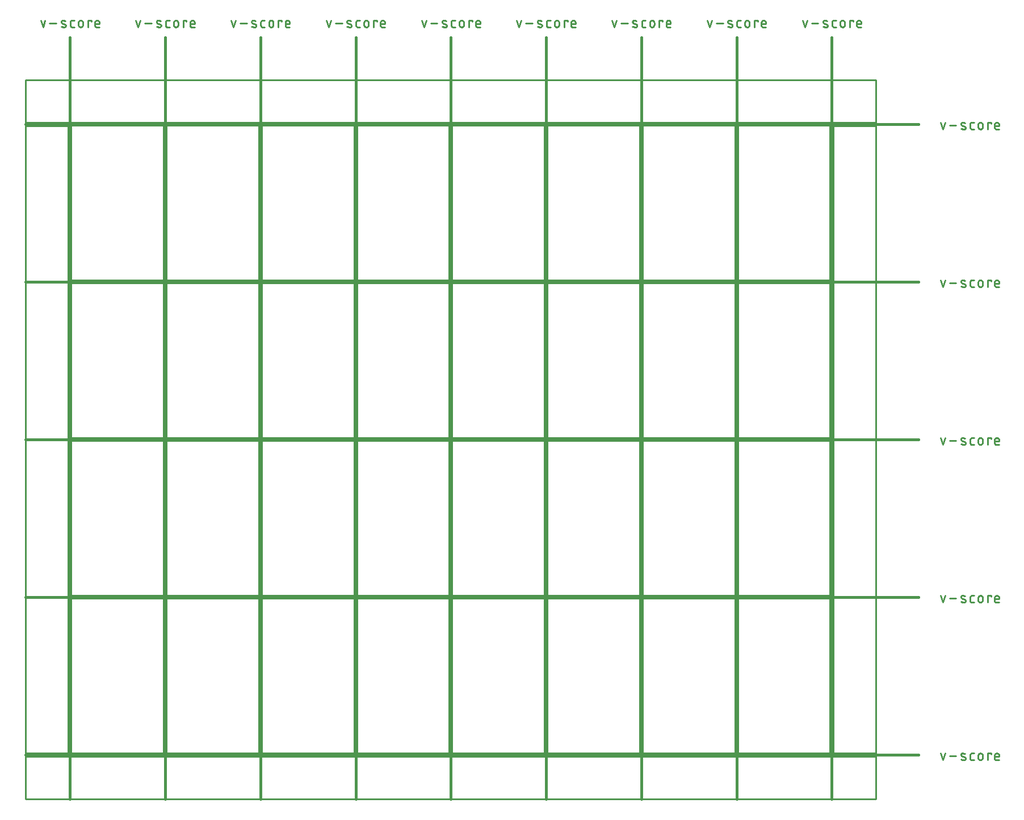
<source format=gko>
G75*
%MOIN*%
%OFA0B0*%
%FSLAX25Y25*%
%IPPOS*%
%LPD*%
%AMOC8*
5,1,8,0,0,1.08239X$1,22.5*
%
%ADD10C,0.00800*%
%ADD11C,0.01500*%
%ADD12C,0.01100*%
%ADD13C,0.01000*%
D10*
X0179922Y0028750D02*
X0233843Y0028750D01*
X0233843Y0119451D01*
X0179922Y0119451D01*
X0179922Y0028750D01*
X0235843Y0028750D02*
X0289765Y0028750D01*
X0289765Y0119451D01*
X0235843Y0119451D01*
X0235843Y0028750D01*
X0291765Y0028750D02*
X0345686Y0028750D01*
X0345686Y0119451D01*
X0291765Y0119451D01*
X0291765Y0028750D01*
X0347686Y0028750D02*
X0401607Y0028750D01*
X0401607Y0119451D01*
X0347686Y0119451D01*
X0347686Y0028750D01*
X0403607Y0028750D02*
X0457528Y0028750D01*
X0457528Y0119451D01*
X0403607Y0119451D01*
X0403607Y0028750D01*
X0459528Y0028750D02*
X0513450Y0028750D01*
X0513450Y0119451D01*
X0459528Y0119451D01*
X0459528Y0028750D01*
X0515450Y0028750D02*
X0569371Y0028750D01*
X0569371Y0119451D01*
X0515450Y0119451D01*
X0515450Y0028750D01*
X0571371Y0028750D02*
X0625292Y0028750D01*
X0625292Y0119451D01*
X0571371Y0119451D01*
X0571371Y0028750D01*
X0571371Y0121451D02*
X0625292Y0121451D01*
X0625292Y0212152D01*
X0571371Y0212152D01*
X0571371Y0121451D01*
X0569371Y0121451D02*
X0569371Y0212152D01*
X0515450Y0212152D01*
X0515450Y0121451D01*
X0569371Y0121451D01*
X0513450Y0121451D02*
X0513450Y0212152D01*
X0459528Y0212152D01*
X0459528Y0121451D01*
X0513450Y0121451D01*
X0457528Y0121451D02*
X0457528Y0212152D01*
X0403607Y0212152D01*
X0403607Y0121451D01*
X0457528Y0121451D01*
X0401607Y0121451D02*
X0401607Y0212152D01*
X0347686Y0212152D01*
X0347686Y0121451D01*
X0401607Y0121451D01*
X0345686Y0121451D02*
X0345686Y0212152D01*
X0291765Y0212152D01*
X0291765Y0121451D01*
X0345686Y0121451D01*
X0289765Y0121451D02*
X0289765Y0212152D01*
X0235843Y0212152D01*
X0235843Y0121451D01*
X0289765Y0121451D01*
X0233843Y0121451D02*
X0233843Y0212152D01*
X0179922Y0212152D01*
X0179922Y0121451D01*
X0233843Y0121451D01*
X0233843Y0214152D02*
X0179922Y0214152D01*
X0179922Y0304852D01*
X0233843Y0304852D01*
X0233843Y0214152D01*
X0235843Y0214152D02*
X0289765Y0214152D01*
X0289765Y0304852D01*
X0235843Y0304852D01*
X0235843Y0214152D01*
X0291765Y0214152D02*
X0345686Y0214152D01*
X0345686Y0304852D01*
X0291765Y0304852D01*
X0291765Y0214152D01*
X0347686Y0214152D02*
X0401607Y0214152D01*
X0401607Y0304852D01*
X0347686Y0304852D01*
X0347686Y0214152D01*
X0403607Y0214152D02*
X0457528Y0214152D01*
X0457528Y0304852D01*
X0403607Y0304852D01*
X0403607Y0214152D01*
X0459528Y0214152D02*
X0513450Y0214152D01*
X0513450Y0304852D01*
X0459528Y0304852D01*
X0459528Y0214152D01*
X0515450Y0214152D02*
X0569371Y0214152D01*
X0569371Y0304852D01*
X0515450Y0304852D01*
X0515450Y0214152D01*
X0571371Y0214152D02*
X0625292Y0214152D01*
X0625292Y0304852D01*
X0571371Y0304852D01*
X0571371Y0214152D01*
X0571371Y0306852D02*
X0625292Y0306852D01*
X0625292Y0397553D01*
X0571371Y0397553D01*
X0571371Y0306852D01*
X0569371Y0306852D02*
X0569371Y0397553D01*
X0515450Y0397553D01*
X0515450Y0306852D01*
X0569371Y0306852D01*
X0513450Y0306852D02*
X0513450Y0397553D01*
X0459528Y0397553D01*
X0459528Y0306852D01*
X0513450Y0306852D01*
X0457528Y0306852D02*
X0457528Y0397553D01*
X0403607Y0397553D01*
X0403607Y0306852D01*
X0457528Y0306852D01*
X0401607Y0306852D02*
X0401607Y0397553D01*
X0347686Y0397553D01*
X0347686Y0306852D01*
X0401607Y0306852D01*
X0345686Y0306852D02*
X0345686Y0397553D01*
X0291765Y0397553D01*
X0291765Y0306852D01*
X0345686Y0306852D01*
X0289765Y0306852D02*
X0289765Y0397553D01*
X0235843Y0397553D01*
X0235843Y0306852D01*
X0289765Y0306852D01*
X0233843Y0306852D02*
X0233843Y0397553D01*
X0179922Y0397553D01*
X0179922Y0306852D01*
X0233843Y0306852D01*
D11*
X0152922Y0305852D02*
X0677292Y0305852D01*
X0677292Y0213152D02*
X0152922Y0213152D01*
X0152922Y0120451D02*
X0677292Y0120451D01*
X0677292Y0027750D02*
X0152922Y0027750D01*
X0178922Y0001750D02*
X0178922Y0449553D01*
X0234843Y0449553D02*
X0234843Y0001750D01*
X0290765Y0001750D02*
X0290765Y0449553D01*
X0346686Y0449553D02*
X0346686Y0001750D01*
X0402607Y0001750D02*
X0402607Y0449553D01*
X0458528Y0449553D02*
X0458528Y0001750D01*
X0514450Y0001750D02*
X0514450Y0449553D01*
X0570371Y0449553D02*
X0570371Y0001750D01*
X0626292Y0001750D02*
X0626292Y0449553D01*
X0677292Y0398553D02*
X0152922Y0398553D01*
D12*
X0163024Y0455603D02*
X0164335Y0459536D01*
X0161713Y0459536D02*
X0163024Y0455603D01*
X0167006Y0457898D02*
X0170940Y0457898D01*
X0174308Y0457898D02*
X0175946Y0457242D01*
X0175947Y0457242D02*
X0175999Y0457219D01*
X0176050Y0457192D01*
X0176099Y0457162D01*
X0176146Y0457129D01*
X0176191Y0457093D01*
X0176233Y0457053D01*
X0176272Y0457011D01*
X0176308Y0456967D01*
X0176341Y0456920D01*
X0176371Y0456870D01*
X0176398Y0456819D01*
X0176421Y0456767D01*
X0176440Y0456713D01*
X0176456Y0456657D01*
X0176468Y0456601D01*
X0176476Y0456544D01*
X0176480Y0456487D01*
X0176481Y0456429D01*
X0176477Y0456372D01*
X0176470Y0456315D01*
X0176458Y0456258D01*
X0176443Y0456203D01*
X0176425Y0456148D01*
X0176402Y0456095D01*
X0176376Y0456044D01*
X0176347Y0455995D01*
X0176314Y0455947D01*
X0176278Y0455902D01*
X0176240Y0455860D01*
X0176198Y0455820D01*
X0176154Y0455783D01*
X0176107Y0455749D01*
X0176059Y0455718D01*
X0176008Y0455691D01*
X0175956Y0455667D01*
X0175902Y0455647D01*
X0175847Y0455631D01*
X0175791Y0455618D01*
X0175734Y0455609D01*
X0175676Y0455604D01*
X0175619Y0455603D01*
X0176110Y0459208D02*
X0176003Y0459254D01*
X0175894Y0459297D01*
X0175784Y0459337D01*
X0175672Y0459373D01*
X0175560Y0459405D01*
X0175446Y0459434D01*
X0175332Y0459460D01*
X0175217Y0459481D01*
X0175102Y0459500D01*
X0174985Y0459514D01*
X0174869Y0459525D01*
X0174752Y0459532D01*
X0174635Y0459536D01*
X0174635Y0459537D02*
X0174578Y0459536D01*
X0174520Y0459531D01*
X0174463Y0459522D01*
X0174407Y0459509D01*
X0174352Y0459493D01*
X0174298Y0459473D01*
X0174246Y0459449D01*
X0174195Y0459422D01*
X0174147Y0459391D01*
X0174100Y0459357D01*
X0174056Y0459320D01*
X0174014Y0459280D01*
X0173976Y0459238D01*
X0173940Y0459193D01*
X0173907Y0459145D01*
X0173878Y0459096D01*
X0173852Y0459045D01*
X0173829Y0458992D01*
X0173811Y0458937D01*
X0173796Y0458882D01*
X0173784Y0458825D01*
X0173777Y0458768D01*
X0173773Y0458711D01*
X0173774Y0458653D01*
X0173778Y0458596D01*
X0173786Y0458539D01*
X0173798Y0458483D01*
X0173814Y0458427D01*
X0173833Y0458373D01*
X0173856Y0458321D01*
X0173883Y0458270D01*
X0173913Y0458220D01*
X0173946Y0458173D01*
X0173982Y0458129D01*
X0174021Y0458087D01*
X0174063Y0458047D01*
X0174108Y0458011D01*
X0174155Y0457978D01*
X0174204Y0457948D01*
X0174255Y0457921D01*
X0174307Y0457898D01*
X0173816Y0455931D02*
X0173950Y0455885D01*
X0174085Y0455842D01*
X0174221Y0455803D01*
X0174358Y0455767D01*
X0174495Y0455735D01*
X0174634Y0455706D01*
X0174773Y0455680D01*
X0174913Y0455659D01*
X0175054Y0455640D01*
X0175194Y0455626D01*
X0175336Y0455615D01*
X0175477Y0455607D01*
X0175619Y0455604D01*
X0179160Y0456586D02*
X0179160Y0458553D01*
X0179162Y0458615D01*
X0179168Y0458676D01*
X0179177Y0458737D01*
X0179191Y0458797D01*
X0179208Y0458857D01*
X0179229Y0458915D01*
X0179254Y0458972D01*
X0179282Y0459027D01*
X0179313Y0459080D01*
X0179348Y0459131D01*
X0179386Y0459180D01*
X0179426Y0459226D01*
X0179470Y0459270D01*
X0179516Y0459310D01*
X0179565Y0459348D01*
X0179616Y0459383D01*
X0179669Y0459414D01*
X0179724Y0459442D01*
X0179781Y0459467D01*
X0179839Y0459488D01*
X0179899Y0459505D01*
X0179959Y0459519D01*
X0180020Y0459528D01*
X0180081Y0459534D01*
X0180143Y0459536D01*
X0181454Y0459536D01*
X0183867Y0458225D02*
X0183867Y0456914D01*
X0183868Y0456914D02*
X0183870Y0456843D01*
X0183876Y0456772D01*
X0183885Y0456702D01*
X0183899Y0456632D01*
X0183916Y0456563D01*
X0183937Y0456495D01*
X0183961Y0456429D01*
X0183989Y0456364D01*
X0184021Y0456300D01*
X0184056Y0456238D01*
X0184094Y0456178D01*
X0184135Y0456121D01*
X0184180Y0456065D01*
X0184227Y0456012D01*
X0184277Y0455962D01*
X0184330Y0455915D01*
X0184386Y0455870D01*
X0184443Y0455829D01*
X0184503Y0455791D01*
X0184565Y0455756D01*
X0184629Y0455724D01*
X0184694Y0455696D01*
X0184760Y0455672D01*
X0184828Y0455651D01*
X0184897Y0455634D01*
X0184967Y0455620D01*
X0185037Y0455611D01*
X0185108Y0455605D01*
X0185179Y0455603D01*
X0185250Y0455605D01*
X0185321Y0455611D01*
X0185391Y0455620D01*
X0185461Y0455634D01*
X0185530Y0455651D01*
X0185598Y0455672D01*
X0185664Y0455696D01*
X0185729Y0455724D01*
X0185793Y0455756D01*
X0185855Y0455791D01*
X0185915Y0455829D01*
X0185972Y0455870D01*
X0186028Y0455915D01*
X0186081Y0455962D01*
X0186131Y0456012D01*
X0186178Y0456065D01*
X0186223Y0456121D01*
X0186264Y0456178D01*
X0186302Y0456238D01*
X0186337Y0456300D01*
X0186369Y0456364D01*
X0186397Y0456429D01*
X0186421Y0456495D01*
X0186442Y0456563D01*
X0186459Y0456632D01*
X0186473Y0456702D01*
X0186482Y0456772D01*
X0186488Y0456843D01*
X0186490Y0456914D01*
X0186490Y0458225D01*
X0186488Y0458296D01*
X0186482Y0458367D01*
X0186473Y0458437D01*
X0186459Y0458507D01*
X0186442Y0458576D01*
X0186421Y0458644D01*
X0186397Y0458710D01*
X0186369Y0458775D01*
X0186337Y0458839D01*
X0186302Y0458901D01*
X0186264Y0458961D01*
X0186223Y0459018D01*
X0186178Y0459074D01*
X0186131Y0459127D01*
X0186081Y0459177D01*
X0186028Y0459224D01*
X0185972Y0459269D01*
X0185915Y0459310D01*
X0185855Y0459348D01*
X0185793Y0459383D01*
X0185729Y0459415D01*
X0185664Y0459443D01*
X0185598Y0459467D01*
X0185530Y0459488D01*
X0185461Y0459505D01*
X0185391Y0459519D01*
X0185321Y0459528D01*
X0185250Y0459534D01*
X0185179Y0459536D01*
X0185108Y0459534D01*
X0185037Y0459528D01*
X0184967Y0459519D01*
X0184897Y0459505D01*
X0184828Y0459488D01*
X0184760Y0459467D01*
X0184694Y0459443D01*
X0184629Y0459415D01*
X0184565Y0459383D01*
X0184503Y0459348D01*
X0184443Y0459310D01*
X0184386Y0459269D01*
X0184330Y0459224D01*
X0184277Y0459177D01*
X0184227Y0459127D01*
X0184180Y0459074D01*
X0184135Y0459018D01*
X0184094Y0458961D01*
X0184056Y0458901D01*
X0184021Y0458839D01*
X0183989Y0458775D01*
X0183961Y0458710D01*
X0183937Y0458644D01*
X0183916Y0458576D01*
X0183899Y0458507D01*
X0183885Y0458437D01*
X0183876Y0458367D01*
X0183870Y0458296D01*
X0183868Y0458225D01*
X0181454Y0455603D02*
X0180143Y0455603D01*
X0180081Y0455605D01*
X0180020Y0455611D01*
X0179959Y0455620D01*
X0179899Y0455634D01*
X0179839Y0455651D01*
X0179781Y0455672D01*
X0179724Y0455697D01*
X0179669Y0455725D01*
X0179616Y0455756D01*
X0179565Y0455791D01*
X0179516Y0455829D01*
X0179470Y0455869D01*
X0179426Y0455913D01*
X0179386Y0455959D01*
X0179348Y0456008D01*
X0179313Y0456059D01*
X0179282Y0456112D01*
X0179254Y0456167D01*
X0179229Y0456224D01*
X0179208Y0456282D01*
X0179191Y0456342D01*
X0179177Y0456402D01*
X0179168Y0456463D01*
X0179162Y0456524D01*
X0179160Y0456586D01*
X0189457Y0455603D02*
X0189457Y0459536D01*
X0191423Y0459536D01*
X0191423Y0458881D01*
X0193509Y0458225D02*
X0193509Y0456586D01*
X0193511Y0456524D01*
X0193517Y0456463D01*
X0193526Y0456402D01*
X0193540Y0456342D01*
X0193557Y0456282D01*
X0193578Y0456224D01*
X0193603Y0456167D01*
X0193631Y0456112D01*
X0193662Y0456059D01*
X0193697Y0456008D01*
X0193735Y0455959D01*
X0193775Y0455913D01*
X0193819Y0455869D01*
X0193865Y0455829D01*
X0193914Y0455791D01*
X0193965Y0455756D01*
X0194018Y0455725D01*
X0194073Y0455697D01*
X0194130Y0455672D01*
X0194188Y0455651D01*
X0194248Y0455634D01*
X0194308Y0455620D01*
X0194369Y0455611D01*
X0194430Y0455605D01*
X0194492Y0455603D01*
X0196131Y0455603D01*
X0196131Y0457570D02*
X0193509Y0457570D01*
X0193509Y0458225D02*
X0193511Y0458296D01*
X0193517Y0458367D01*
X0193526Y0458437D01*
X0193540Y0458507D01*
X0193557Y0458576D01*
X0193578Y0458644D01*
X0193602Y0458710D01*
X0193630Y0458775D01*
X0193662Y0458839D01*
X0193697Y0458901D01*
X0193735Y0458961D01*
X0193776Y0459018D01*
X0193821Y0459074D01*
X0193868Y0459127D01*
X0193918Y0459177D01*
X0193971Y0459224D01*
X0194027Y0459269D01*
X0194084Y0459310D01*
X0194144Y0459348D01*
X0194206Y0459383D01*
X0194270Y0459415D01*
X0194335Y0459443D01*
X0194401Y0459467D01*
X0194469Y0459488D01*
X0194538Y0459505D01*
X0194608Y0459519D01*
X0194678Y0459528D01*
X0194749Y0459534D01*
X0194820Y0459536D01*
X0194891Y0459534D01*
X0194962Y0459528D01*
X0195032Y0459519D01*
X0195102Y0459505D01*
X0195171Y0459488D01*
X0195239Y0459467D01*
X0195305Y0459443D01*
X0195370Y0459415D01*
X0195434Y0459383D01*
X0195496Y0459348D01*
X0195556Y0459310D01*
X0195613Y0459269D01*
X0195669Y0459224D01*
X0195722Y0459177D01*
X0195772Y0459127D01*
X0195819Y0459074D01*
X0195864Y0459018D01*
X0195905Y0458961D01*
X0195943Y0458901D01*
X0195978Y0458839D01*
X0196010Y0458775D01*
X0196038Y0458710D01*
X0196062Y0458644D01*
X0196083Y0458576D01*
X0196100Y0458507D01*
X0196114Y0458437D01*
X0196123Y0458367D01*
X0196129Y0458296D01*
X0196131Y0458225D01*
X0196131Y0457570D01*
X0217634Y0459536D02*
X0218945Y0455603D01*
X0220257Y0459536D01*
X0222928Y0457898D02*
X0226861Y0457898D01*
X0230229Y0457898D02*
X0231868Y0457242D01*
X0231920Y0457219D01*
X0231971Y0457192D01*
X0232020Y0457162D01*
X0232067Y0457129D01*
X0232112Y0457093D01*
X0232154Y0457053D01*
X0232193Y0457011D01*
X0232229Y0456967D01*
X0232262Y0456920D01*
X0232292Y0456870D01*
X0232319Y0456819D01*
X0232342Y0456767D01*
X0232361Y0456713D01*
X0232377Y0456657D01*
X0232389Y0456601D01*
X0232397Y0456544D01*
X0232401Y0456487D01*
X0232402Y0456429D01*
X0232398Y0456372D01*
X0232391Y0456315D01*
X0232379Y0456258D01*
X0232364Y0456203D01*
X0232346Y0456148D01*
X0232323Y0456095D01*
X0232297Y0456044D01*
X0232268Y0455995D01*
X0232235Y0455947D01*
X0232199Y0455902D01*
X0232161Y0455860D01*
X0232119Y0455820D01*
X0232075Y0455783D01*
X0232028Y0455749D01*
X0231980Y0455718D01*
X0231929Y0455691D01*
X0231877Y0455667D01*
X0231823Y0455647D01*
X0231768Y0455631D01*
X0231712Y0455618D01*
X0231655Y0455609D01*
X0231597Y0455604D01*
X0231540Y0455603D01*
X0232031Y0459208D02*
X0231924Y0459254D01*
X0231815Y0459297D01*
X0231705Y0459337D01*
X0231593Y0459373D01*
X0231481Y0459405D01*
X0231367Y0459434D01*
X0231253Y0459460D01*
X0231138Y0459481D01*
X0231023Y0459500D01*
X0230906Y0459514D01*
X0230790Y0459525D01*
X0230673Y0459532D01*
X0230556Y0459536D01*
X0230557Y0459537D02*
X0230500Y0459536D01*
X0230442Y0459531D01*
X0230385Y0459522D01*
X0230329Y0459509D01*
X0230274Y0459493D01*
X0230220Y0459473D01*
X0230168Y0459449D01*
X0230117Y0459422D01*
X0230069Y0459391D01*
X0230022Y0459357D01*
X0229978Y0459320D01*
X0229936Y0459280D01*
X0229898Y0459238D01*
X0229862Y0459193D01*
X0229829Y0459145D01*
X0229800Y0459096D01*
X0229774Y0459045D01*
X0229751Y0458992D01*
X0229733Y0458937D01*
X0229718Y0458882D01*
X0229706Y0458825D01*
X0229699Y0458768D01*
X0229695Y0458711D01*
X0229696Y0458653D01*
X0229700Y0458596D01*
X0229708Y0458539D01*
X0229720Y0458483D01*
X0229736Y0458427D01*
X0229755Y0458373D01*
X0229778Y0458321D01*
X0229805Y0458270D01*
X0229835Y0458220D01*
X0229868Y0458173D01*
X0229904Y0458129D01*
X0229943Y0458087D01*
X0229985Y0458047D01*
X0230030Y0458011D01*
X0230077Y0457978D01*
X0230126Y0457948D01*
X0230177Y0457921D01*
X0230229Y0457898D01*
X0229737Y0455931D02*
X0229871Y0455885D01*
X0230006Y0455842D01*
X0230142Y0455803D01*
X0230279Y0455767D01*
X0230416Y0455735D01*
X0230555Y0455706D01*
X0230694Y0455680D01*
X0230834Y0455659D01*
X0230975Y0455640D01*
X0231115Y0455626D01*
X0231257Y0455615D01*
X0231398Y0455607D01*
X0231540Y0455604D01*
X0235081Y0456586D02*
X0235081Y0458553D01*
X0235083Y0458615D01*
X0235089Y0458676D01*
X0235098Y0458737D01*
X0235112Y0458797D01*
X0235129Y0458857D01*
X0235150Y0458915D01*
X0235175Y0458972D01*
X0235203Y0459027D01*
X0235234Y0459080D01*
X0235269Y0459131D01*
X0235307Y0459180D01*
X0235347Y0459226D01*
X0235391Y0459270D01*
X0235437Y0459310D01*
X0235486Y0459348D01*
X0235537Y0459383D01*
X0235590Y0459414D01*
X0235645Y0459442D01*
X0235702Y0459467D01*
X0235760Y0459488D01*
X0235820Y0459505D01*
X0235880Y0459519D01*
X0235941Y0459528D01*
X0236002Y0459534D01*
X0236064Y0459536D01*
X0237376Y0459536D01*
X0239789Y0458225D02*
X0239789Y0456914D01*
X0239791Y0456843D01*
X0239797Y0456772D01*
X0239806Y0456702D01*
X0239820Y0456632D01*
X0239837Y0456563D01*
X0239858Y0456495D01*
X0239882Y0456429D01*
X0239910Y0456364D01*
X0239942Y0456300D01*
X0239977Y0456238D01*
X0240015Y0456178D01*
X0240056Y0456121D01*
X0240101Y0456065D01*
X0240148Y0456012D01*
X0240198Y0455962D01*
X0240251Y0455915D01*
X0240307Y0455870D01*
X0240364Y0455829D01*
X0240424Y0455791D01*
X0240486Y0455756D01*
X0240550Y0455724D01*
X0240615Y0455696D01*
X0240681Y0455672D01*
X0240749Y0455651D01*
X0240818Y0455634D01*
X0240888Y0455620D01*
X0240958Y0455611D01*
X0241029Y0455605D01*
X0241100Y0455603D01*
X0241171Y0455605D01*
X0241242Y0455611D01*
X0241312Y0455620D01*
X0241382Y0455634D01*
X0241451Y0455651D01*
X0241519Y0455672D01*
X0241585Y0455696D01*
X0241650Y0455724D01*
X0241714Y0455756D01*
X0241776Y0455791D01*
X0241836Y0455829D01*
X0241893Y0455870D01*
X0241949Y0455915D01*
X0242002Y0455962D01*
X0242052Y0456012D01*
X0242099Y0456065D01*
X0242144Y0456121D01*
X0242185Y0456178D01*
X0242223Y0456238D01*
X0242258Y0456300D01*
X0242290Y0456364D01*
X0242318Y0456429D01*
X0242342Y0456495D01*
X0242363Y0456563D01*
X0242380Y0456632D01*
X0242394Y0456702D01*
X0242403Y0456772D01*
X0242409Y0456843D01*
X0242411Y0456914D01*
X0242411Y0458225D01*
X0242409Y0458296D01*
X0242403Y0458367D01*
X0242394Y0458437D01*
X0242380Y0458507D01*
X0242363Y0458576D01*
X0242342Y0458644D01*
X0242318Y0458710D01*
X0242290Y0458775D01*
X0242258Y0458839D01*
X0242223Y0458901D01*
X0242185Y0458961D01*
X0242144Y0459018D01*
X0242099Y0459074D01*
X0242052Y0459127D01*
X0242002Y0459177D01*
X0241949Y0459224D01*
X0241893Y0459269D01*
X0241836Y0459310D01*
X0241776Y0459348D01*
X0241714Y0459383D01*
X0241650Y0459415D01*
X0241585Y0459443D01*
X0241519Y0459467D01*
X0241451Y0459488D01*
X0241382Y0459505D01*
X0241312Y0459519D01*
X0241242Y0459528D01*
X0241171Y0459534D01*
X0241100Y0459536D01*
X0241029Y0459534D01*
X0240958Y0459528D01*
X0240888Y0459519D01*
X0240818Y0459505D01*
X0240749Y0459488D01*
X0240681Y0459467D01*
X0240615Y0459443D01*
X0240550Y0459415D01*
X0240486Y0459383D01*
X0240424Y0459348D01*
X0240364Y0459310D01*
X0240307Y0459269D01*
X0240251Y0459224D01*
X0240198Y0459177D01*
X0240148Y0459127D01*
X0240101Y0459074D01*
X0240056Y0459018D01*
X0240015Y0458961D01*
X0239977Y0458901D01*
X0239942Y0458839D01*
X0239910Y0458775D01*
X0239882Y0458710D01*
X0239858Y0458644D01*
X0239837Y0458576D01*
X0239820Y0458507D01*
X0239806Y0458437D01*
X0239797Y0458367D01*
X0239791Y0458296D01*
X0239789Y0458225D01*
X0237376Y0455603D02*
X0236064Y0455603D01*
X0236002Y0455605D01*
X0235941Y0455611D01*
X0235880Y0455620D01*
X0235820Y0455634D01*
X0235760Y0455651D01*
X0235702Y0455672D01*
X0235645Y0455697D01*
X0235590Y0455725D01*
X0235537Y0455756D01*
X0235486Y0455791D01*
X0235437Y0455829D01*
X0235391Y0455869D01*
X0235347Y0455913D01*
X0235307Y0455959D01*
X0235269Y0456008D01*
X0235234Y0456059D01*
X0235203Y0456112D01*
X0235175Y0456167D01*
X0235150Y0456224D01*
X0235129Y0456282D01*
X0235112Y0456342D01*
X0235098Y0456402D01*
X0235089Y0456463D01*
X0235083Y0456524D01*
X0235081Y0456586D01*
X0245378Y0455603D02*
X0245378Y0459536D01*
X0247344Y0459536D01*
X0247344Y0458881D01*
X0249430Y0458225D02*
X0249430Y0456586D01*
X0249432Y0456524D01*
X0249438Y0456463D01*
X0249447Y0456402D01*
X0249461Y0456342D01*
X0249478Y0456282D01*
X0249499Y0456224D01*
X0249524Y0456167D01*
X0249552Y0456112D01*
X0249583Y0456059D01*
X0249618Y0456008D01*
X0249656Y0455959D01*
X0249696Y0455913D01*
X0249740Y0455869D01*
X0249786Y0455829D01*
X0249835Y0455791D01*
X0249886Y0455756D01*
X0249939Y0455725D01*
X0249994Y0455697D01*
X0250051Y0455672D01*
X0250109Y0455651D01*
X0250169Y0455634D01*
X0250229Y0455620D01*
X0250290Y0455611D01*
X0250351Y0455605D01*
X0250413Y0455603D01*
X0252052Y0455603D01*
X0252052Y0457570D02*
X0249430Y0457570D01*
X0249430Y0458225D02*
X0249432Y0458296D01*
X0249438Y0458367D01*
X0249447Y0458437D01*
X0249461Y0458507D01*
X0249478Y0458576D01*
X0249499Y0458644D01*
X0249523Y0458710D01*
X0249551Y0458775D01*
X0249583Y0458839D01*
X0249618Y0458901D01*
X0249656Y0458961D01*
X0249697Y0459018D01*
X0249742Y0459074D01*
X0249789Y0459127D01*
X0249839Y0459177D01*
X0249892Y0459224D01*
X0249948Y0459269D01*
X0250005Y0459310D01*
X0250065Y0459348D01*
X0250127Y0459383D01*
X0250191Y0459415D01*
X0250256Y0459443D01*
X0250322Y0459467D01*
X0250390Y0459488D01*
X0250459Y0459505D01*
X0250529Y0459519D01*
X0250599Y0459528D01*
X0250670Y0459534D01*
X0250741Y0459536D01*
X0250812Y0459534D01*
X0250883Y0459528D01*
X0250953Y0459519D01*
X0251023Y0459505D01*
X0251092Y0459488D01*
X0251160Y0459467D01*
X0251226Y0459443D01*
X0251291Y0459415D01*
X0251355Y0459383D01*
X0251417Y0459348D01*
X0251477Y0459310D01*
X0251534Y0459269D01*
X0251590Y0459224D01*
X0251643Y0459177D01*
X0251693Y0459127D01*
X0251740Y0459074D01*
X0251785Y0459018D01*
X0251826Y0458961D01*
X0251864Y0458901D01*
X0251899Y0458839D01*
X0251931Y0458775D01*
X0251959Y0458710D01*
X0251983Y0458644D01*
X0252004Y0458576D01*
X0252021Y0458507D01*
X0252035Y0458437D01*
X0252044Y0458367D01*
X0252050Y0458296D01*
X0252052Y0458225D01*
X0252052Y0457570D01*
X0273555Y0459536D02*
X0274867Y0455603D01*
X0276178Y0459536D01*
X0278849Y0457898D02*
X0282782Y0457898D01*
X0286150Y0457898D02*
X0287789Y0457242D01*
X0287841Y0457219D01*
X0287892Y0457192D01*
X0287941Y0457162D01*
X0287988Y0457129D01*
X0288033Y0457093D01*
X0288075Y0457053D01*
X0288114Y0457011D01*
X0288150Y0456967D01*
X0288183Y0456920D01*
X0288213Y0456870D01*
X0288240Y0456819D01*
X0288263Y0456767D01*
X0288282Y0456713D01*
X0288298Y0456657D01*
X0288310Y0456601D01*
X0288318Y0456544D01*
X0288322Y0456487D01*
X0288323Y0456429D01*
X0288319Y0456372D01*
X0288312Y0456315D01*
X0288300Y0456258D01*
X0288285Y0456203D01*
X0288267Y0456148D01*
X0288244Y0456095D01*
X0288218Y0456044D01*
X0288189Y0455995D01*
X0288156Y0455947D01*
X0288120Y0455902D01*
X0288082Y0455860D01*
X0288040Y0455820D01*
X0287996Y0455783D01*
X0287949Y0455749D01*
X0287901Y0455718D01*
X0287850Y0455691D01*
X0287798Y0455667D01*
X0287744Y0455647D01*
X0287689Y0455631D01*
X0287633Y0455618D01*
X0287576Y0455609D01*
X0287518Y0455604D01*
X0287461Y0455603D01*
X0287953Y0459208D02*
X0287846Y0459254D01*
X0287737Y0459297D01*
X0287627Y0459337D01*
X0287515Y0459373D01*
X0287403Y0459405D01*
X0287289Y0459434D01*
X0287175Y0459460D01*
X0287060Y0459481D01*
X0286945Y0459500D01*
X0286828Y0459514D01*
X0286712Y0459525D01*
X0286595Y0459532D01*
X0286478Y0459536D01*
X0286478Y0459537D02*
X0286421Y0459536D01*
X0286363Y0459531D01*
X0286306Y0459522D01*
X0286250Y0459509D01*
X0286195Y0459493D01*
X0286141Y0459473D01*
X0286089Y0459449D01*
X0286038Y0459422D01*
X0285990Y0459391D01*
X0285943Y0459357D01*
X0285899Y0459320D01*
X0285857Y0459280D01*
X0285819Y0459238D01*
X0285783Y0459193D01*
X0285750Y0459145D01*
X0285721Y0459096D01*
X0285695Y0459045D01*
X0285672Y0458992D01*
X0285654Y0458937D01*
X0285639Y0458882D01*
X0285627Y0458825D01*
X0285620Y0458768D01*
X0285616Y0458711D01*
X0285617Y0458653D01*
X0285621Y0458596D01*
X0285629Y0458539D01*
X0285641Y0458483D01*
X0285657Y0458427D01*
X0285676Y0458373D01*
X0285699Y0458321D01*
X0285726Y0458270D01*
X0285756Y0458220D01*
X0285789Y0458173D01*
X0285825Y0458129D01*
X0285864Y0458087D01*
X0285906Y0458047D01*
X0285951Y0458011D01*
X0285998Y0457978D01*
X0286047Y0457948D01*
X0286098Y0457921D01*
X0286150Y0457898D01*
X0285659Y0455931D02*
X0285793Y0455885D01*
X0285928Y0455842D01*
X0286064Y0455803D01*
X0286201Y0455767D01*
X0286338Y0455735D01*
X0286477Y0455706D01*
X0286616Y0455680D01*
X0286756Y0455659D01*
X0286897Y0455640D01*
X0287037Y0455626D01*
X0287179Y0455615D01*
X0287320Y0455607D01*
X0287462Y0455604D01*
X0291002Y0456586D02*
X0291002Y0458553D01*
X0291003Y0458553D02*
X0291005Y0458615D01*
X0291011Y0458676D01*
X0291020Y0458737D01*
X0291034Y0458797D01*
X0291051Y0458857D01*
X0291072Y0458915D01*
X0291097Y0458972D01*
X0291125Y0459027D01*
X0291156Y0459080D01*
X0291191Y0459131D01*
X0291229Y0459180D01*
X0291269Y0459226D01*
X0291313Y0459270D01*
X0291359Y0459310D01*
X0291408Y0459348D01*
X0291459Y0459383D01*
X0291512Y0459414D01*
X0291567Y0459442D01*
X0291624Y0459467D01*
X0291682Y0459488D01*
X0291742Y0459505D01*
X0291802Y0459519D01*
X0291863Y0459528D01*
X0291924Y0459534D01*
X0291986Y0459536D01*
X0293297Y0459536D01*
X0295710Y0458225D02*
X0295710Y0456914D01*
X0295712Y0456843D01*
X0295718Y0456772D01*
X0295727Y0456702D01*
X0295741Y0456632D01*
X0295758Y0456563D01*
X0295779Y0456495D01*
X0295803Y0456429D01*
X0295831Y0456364D01*
X0295863Y0456300D01*
X0295898Y0456238D01*
X0295936Y0456178D01*
X0295977Y0456121D01*
X0296022Y0456065D01*
X0296069Y0456012D01*
X0296119Y0455962D01*
X0296172Y0455915D01*
X0296228Y0455870D01*
X0296285Y0455829D01*
X0296345Y0455791D01*
X0296407Y0455756D01*
X0296471Y0455724D01*
X0296536Y0455696D01*
X0296602Y0455672D01*
X0296670Y0455651D01*
X0296739Y0455634D01*
X0296809Y0455620D01*
X0296879Y0455611D01*
X0296950Y0455605D01*
X0297021Y0455603D01*
X0297092Y0455605D01*
X0297163Y0455611D01*
X0297233Y0455620D01*
X0297303Y0455634D01*
X0297372Y0455651D01*
X0297440Y0455672D01*
X0297506Y0455696D01*
X0297571Y0455724D01*
X0297635Y0455756D01*
X0297697Y0455791D01*
X0297757Y0455829D01*
X0297814Y0455870D01*
X0297870Y0455915D01*
X0297923Y0455962D01*
X0297973Y0456012D01*
X0298020Y0456065D01*
X0298065Y0456121D01*
X0298106Y0456178D01*
X0298144Y0456238D01*
X0298179Y0456300D01*
X0298211Y0456364D01*
X0298239Y0456429D01*
X0298263Y0456495D01*
X0298284Y0456563D01*
X0298301Y0456632D01*
X0298315Y0456702D01*
X0298324Y0456772D01*
X0298330Y0456843D01*
X0298332Y0456914D01*
X0298332Y0458225D01*
X0298330Y0458296D01*
X0298324Y0458367D01*
X0298315Y0458437D01*
X0298301Y0458507D01*
X0298284Y0458576D01*
X0298263Y0458644D01*
X0298239Y0458710D01*
X0298211Y0458775D01*
X0298179Y0458839D01*
X0298144Y0458901D01*
X0298106Y0458961D01*
X0298065Y0459018D01*
X0298020Y0459074D01*
X0297973Y0459127D01*
X0297923Y0459177D01*
X0297870Y0459224D01*
X0297814Y0459269D01*
X0297757Y0459310D01*
X0297697Y0459348D01*
X0297635Y0459383D01*
X0297571Y0459415D01*
X0297506Y0459443D01*
X0297440Y0459467D01*
X0297372Y0459488D01*
X0297303Y0459505D01*
X0297233Y0459519D01*
X0297163Y0459528D01*
X0297092Y0459534D01*
X0297021Y0459536D01*
X0296950Y0459534D01*
X0296879Y0459528D01*
X0296809Y0459519D01*
X0296739Y0459505D01*
X0296670Y0459488D01*
X0296602Y0459467D01*
X0296536Y0459443D01*
X0296471Y0459415D01*
X0296407Y0459383D01*
X0296345Y0459348D01*
X0296285Y0459310D01*
X0296228Y0459269D01*
X0296172Y0459224D01*
X0296119Y0459177D01*
X0296069Y0459127D01*
X0296022Y0459074D01*
X0295977Y0459018D01*
X0295936Y0458961D01*
X0295898Y0458901D01*
X0295863Y0458839D01*
X0295831Y0458775D01*
X0295803Y0458710D01*
X0295779Y0458644D01*
X0295758Y0458576D01*
X0295741Y0458507D01*
X0295727Y0458437D01*
X0295718Y0458367D01*
X0295712Y0458296D01*
X0295710Y0458225D01*
X0293297Y0455603D02*
X0291986Y0455603D01*
X0291924Y0455605D01*
X0291863Y0455611D01*
X0291802Y0455620D01*
X0291742Y0455634D01*
X0291682Y0455651D01*
X0291624Y0455672D01*
X0291567Y0455697D01*
X0291512Y0455725D01*
X0291459Y0455756D01*
X0291408Y0455791D01*
X0291359Y0455829D01*
X0291313Y0455869D01*
X0291269Y0455913D01*
X0291229Y0455959D01*
X0291191Y0456008D01*
X0291156Y0456059D01*
X0291125Y0456112D01*
X0291097Y0456167D01*
X0291072Y0456224D01*
X0291051Y0456282D01*
X0291034Y0456342D01*
X0291020Y0456402D01*
X0291011Y0456463D01*
X0291005Y0456524D01*
X0291003Y0456586D01*
X0301299Y0455603D02*
X0301299Y0459536D01*
X0303266Y0459536D01*
X0303266Y0458881D01*
X0305351Y0458225D02*
X0305351Y0456586D01*
X0305352Y0456586D02*
X0305354Y0456524D01*
X0305360Y0456463D01*
X0305369Y0456402D01*
X0305383Y0456342D01*
X0305400Y0456282D01*
X0305421Y0456224D01*
X0305446Y0456167D01*
X0305474Y0456112D01*
X0305505Y0456059D01*
X0305540Y0456008D01*
X0305578Y0455959D01*
X0305618Y0455913D01*
X0305662Y0455869D01*
X0305708Y0455829D01*
X0305757Y0455791D01*
X0305808Y0455756D01*
X0305861Y0455725D01*
X0305916Y0455697D01*
X0305973Y0455672D01*
X0306031Y0455651D01*
X0306091Y0455634D01*
X0306151Y0455620D01*
X0306212Y0455611D01*
X0306273Y0455605D01*
X0306335Y0455603D01*
X0307974Y0455603D01*
X0307974Y0457570D02*
X0305351Y0457570D01*
X0305351Y0458225D02*
X0305353Y0458296D01*
X0305359Y0458367D01*
X0305368Y0458437D01*
X0305382Y0458507D01*
X0305399Y0458576D01*
X0305420Y0458644D01*
X0305444Y0458710D01*
X0305472Y0458775D01*
X0305504Y0458839D01*
X0305539Y0458901D01*
X0305577Y0458961D01*
X0305618Y0459018D01*
X0305663Y0459074D01*
X0305710Y0459127D01*
X0305760Y0459177D01*
X0305813Y0459224D01*
X0305869Y0459269D01*
X0305926Y0459310D01*
X0305986Y0459348D01*
X0306048Y0459383D01*
X0306112Y0459415D01*
X0306177Y0459443D01*
X0306243Y0459467D01*
X0306311Y0459488D01*
X0306380Y0459505D01*
X0306450Y0459519D01*
X0306520Y0459528D01*
X0306591Y0459534D01*
X0306662Y0459536D01*
X0306733Y0459534D01*
X0306804Y0459528D01*
X0306874Y0459519D01*
X0306944Y0459505D01*
X0307013Y0459488D01*
X0307081Y0459467D01*
X0307147Y0459443D01*
X0307212Y0459415D01*
X0307276Y0459383D01*
X0307338Y0459348D01*
X0307398Y0459310D01*
X0307455Y0459269D01*
X0307511Y0459224D01*
X0307564Y0459177D01*
X0307614Y0459127D01*
X0307661Y0459074D01*
X0307706Y0459018D01*
X0307747Y0458961D01*
X0307785Y0458901D01*
X0307820Y0458839D01*
X0307852Y0458775D01*
X0307880Y0458710D01*
X0307904Y0458644D01*
X0307925Y0458576D01*
X0307942Y0458507D01*
X0307956Y0458437D01*
X0307965Y0458367D01*
X0307971Y0458296D01*
X0307973Y0458225D01*
X0307974Y0458225D02*
X0307974Y0457570D01*
X0329477Y0459536D02*
X0330788Y0455603D01*
X0332099Y0459536D01*
X0334770Y0457898D02*
X0338703Y0457898D01*
X0342071Y0457898D02*
X0343710Y0457242D01*
X0343711Y0457242D02*
X0343763Y0457219D01*
X0343814Y0457192D01*
X0343863Y0457162D01*
X0343910Y0457129D01*
X0343955Y0457093D01*
X0343997Y0457053D01*
X0344036Y0457011D01*
X0344072Y0456967D01*
X0344105Y0456920D01*
X0344135Y0456870D01*
X0344162Y0456819D01*
X0344185Y0456767D01*
X0344204Y0456713D01*
X0344220Y0456657D01*
X0344232Y0456601D01*
X0344240Y0456544D01*
X0344244Y0456487D01*
X0344245Y0456429D01*
X0344241Y0456372D01*
X0344234Y0456315D01*
X0344222Y0456258D01*
X0344207Y0456203D01*
X0344189Y0456148D01*
X0344166Y0456095D01*
X0344140Y0456044D01*
X0344111Y0455995D01*
X0344078Y0455947D01*
X0344042Y0455902D01*
X0344004Y0455860D01*
X0343962Y0455820D01*
X0343918Y0455783D01*
X0343871Y0455749D01*
X0343823Y0455718D01*
X0343772Y0455691D01*
X0343720Y0455667D01*
X0343666Y0455647D01*
X0343611Y0455631D01*
X0343555Y0455618D01*
X0343498Y0455609D01*
X0343440Y0455604D01*
X0343383Y0455603D01*
X0343874Y0459208D02*
X0343767Y0459254D01*
X0343658Y0459297D01*
X0343548Y0459337D01*
X0343436Y0459373D01*
X0343324Y0459405D01*
X0343210Y0459434D01*
X0343096Y0459460D01*
X0342981Y0459481D01*
X0342866Y0459500D01*
X0342749Y0459514D01*
X0342633Y0459525D01*
X0342516Y0459532D01*
X0342399Y0459536D01*
X0342399Y0459537D02*
X0342342Y0459536D01*
X0342284Y0459531D01*
X0342227Y0459522D01*
X0342171Y0459509D01*
X0342116Y0459493D01*
X0342062Y0459473D01*
X0342010Y0459449D01*
X0341959Y0459422D01*
X0341911Y0459391D01*
X0341864Y0459357D01*
X0341820Y0459320D01*
X0341778Y0459280D01*
X0341740Y0459238D01*
X0341704Y0459193D01*
X0341671Y0459145D01*
X0341642Y0459096D01*
X0341616Y0459045D01*
X0341593Y0458992D01*
X0341575Y0458937D01*
X0341560Y0458882D01*
X0341548Y0458825D01*
X0341541Y0458768D01*
X0341537Y0458711D01*
X0341538Y0458653D01*
X0341542Y0458596D01*
X0341550Y0458539D01*
X0341562Y0458483D01*
X0341578Y0458427D01*
X0341597Y0458373D01*
X0341620Y0458321D01*
X0341647Y0458270D01*
X0341677Y0458220D01*
X0341710Y0458173D01*
X0341746Y0458129D01*
X0341785Y0458087D01*
X0341827Y0458047D01*
X0341872Y0458011D01*
X0341919Y0457978D01*
X0341968Y0457948D01*
X0342019Y0457921D01*
X0342071Y0457898D01*
X0341580Y0455931D02*
X0341714Y0455885D01*
X0341849Y0455842D01*
X0341985Y0455803D01*
X0342122Y0455767D01*
X0342259Y0455735D01*
X0342398Y0455706D01*
X0342537Y0455680D01*
X0342677Y0455659D01*
X0342818Y0455640D01*
X0342958Y0455626D01*
X0343100Y0455615D01*
X0343241Y0455607D01*
X0343383Y0455604D01*
X0346924Y0456586D02*
X0346924Y0458553D01*
X0346926Y0458615D01*
X0346932Y0458676D01*
X0346941Y0458737D01*
X0346955Y0458797D01*
X0346972Y0458857D01*
X0346993Y0458915D01*
X0347018Y0458972D01*
X0347046Y0459027D01*
X0347077Y0459080D01*
X0347112Y0459131D01*
X0347150Y0459180D01*
X0347190Y0459226D01*
X0347234Y0459270D01*
X0347280Y0459310D01*
X0347329Y0459348D01*
X0347380Y0459383D01*
X0347433Y0459414D01*
X0347488Y0459442D01*
X0347545Y0459467D01*
X0347603Y0459488D01*
X0347663Y0459505D01*
X0347723Y0459519D01*
X0347784Y0459528D01*
X0347845Y0459534D01*
X0347907Y0459536D01*
X0349218Y0459536D01*
X0351631Y0458225D02*
X0351631Y0456914D01*
X0351633Y0456843D01*
X0351639Y0456772D01*
X0351648Y0456702D01*
X0351662Y0456632D01*
X0351679Y0456563D01*
X0351700Y0456495D01*
X0351724Y0456429D01*
X0351752Y0456364D01*
X0351784Y0456300D01*
X0351819Y0456238D01*
X0351857Y0456178D01*
X0351898Y0456121D01*
X0351943Y0456065D01*
X0351990Y0456012D01*
X0352040Y0455962D01*
X0352093Y0455915D01*
X0352149Y0455870D01*
X0352206Y0455829D01*
X0352266Y0455791D01*
X0352328Y0455756D01*
X0352392Y0455724D01*
X0352457Y0455696D01*
X0352523Y0455672D01*
X0352591Y0455651D01*
X0352660Y0455634D01*
X0352730Y0455620D01*
X0352800Y0455611D01*
X0352871Y0455605D01*
X0352942Y0455603D01*
X0353013Y0455605D01*
X0353084Y0455611D01*
X0353154Y0455620D01*
X0353224Y0455634D01*
X0353293Y0455651D01*
X0353361Y0455672D01*
X0353427Y0455696D01*
X0353492Y0455724D01*
X0353556Y0455756D01*
X0353618Y0455791D01*
X0353678Y0455829D01*
X0353735Y0455870D01*
X0353791Y0455915D01*
X0353844Y0455962D01*
X0353894Y0456012D01*
X0353941Y0456065D01*
X0353986Y0456121D01*
X0354027Y0456178D01*
X0354065Y0456238D01*
X0354100Y0456300D01*
X0354132Y0456364D01*
X0354160Y0456429D01*
X0354184Y0456495D01*
X0354205Y0456563D01*
X0354222Y0456632D01*
X0354236Y0456702D01*
X0354245Y0456772D01*
X0354251Y0456843D01*
X0354253Y0456914D01*
X0354254Y0456914D02*
X0354254Y0458225D01*
X0354253Y0458225D02*
X0354251Y0458296D01*
X0354245Y0458367D01*
X0354236Y0458437D01*
X0354222Y0458507D01*
X0354205Y0458576D01*
X0354184Y0458644D01*
X0354160Y0458710D01*
X0354132Y0458775D01*
X0354100Y0458839D01*
X0354065Y0458901D01*
X0354027Y0458961D01*
X0353986Y0459018D01*
X0353941Y0459074D01*
X0353894Y0459127D01*
X0353844Y0459177D01*
X0353791Y0459224D01*
X0353735Y0459269D01*
X0353678Y0459310D01*
X0353618Y0459348D01*
X0353556Y0459383D01*
X0353492Y0459415D01*
X0353427Y0459443D01*
X0353361Y0459467D01*
X0353293Y0459488D01*
X0353224Y0459505D01*
X0353154Y0459519D01*
X0353084Y0459528D01*
X0353013Y0459534D01*
X0352942Y0459536D01*
X0352871Y0459534D01*
X0352800Y0459528D01*
X0352730Y0459519D01*
X0352660Y0459505D01*
X0352591Y0459488D01*
X0352523Y0459467D01*
X0352457Y0459443D01*
X0352392Y0459415D01*
X0352328Y0459383D01*
X0352266Y0459348D01*
X0352206Y0459310D01*
X0352149Y0459269D01*
X0352093Y0459224D01*
X0352040Y0459177D01*
X0351990Y0459127D01*
X0351943Y0459074D01*
X0351898Y0459018D01*
X0351857Y0458961D01*
X0351819Y0458901D01*
X0351784Y0458839D01*
X0351752Y0458775D01*
X0351724Y0458710D01*
X0351700Y0458644D01*
X0351679Y0458576D01*
X0351662Y0458507D01*
X0351648Y0458437D01*
X0351639Y0458367D01*
X0351633Y0458296D01*
X0351631Y0458225D01*
X0349218Y0455603D02*
X0347907Y0455603D01*
X0347845Y0455605D01*
X0347784Y0455611D01*
X0347723Y0455620D01*
X0347663Y0455634D01*
X0347603Y0455651D01*
X0347545Y0455672D01*
X0347488Y0455697D01*
X0347433Y0455725D01*
X0347380Y0455756D01*
X0347329Y0455791D01*
X0347280Y0455829D01*
X0347234Y0455869D01*
X0347190Y0455913D01*
X0347150Y0455959D01*
X0347112Y0456008D01*
X0347077Y0456059D01*
X0347046Y0456112D01*
X0347018Y0456167D01*
X0346993Y0456224D01*
X0346972Y0456282D01*
X0346955Y0456342D01*
X0346941Y0456402D01*
X0346932Y0456463D01*
X0346926Y0456524D01*
X0346924Y0456586D01*
X0357220Y0455603D02*
X0357220Y0459536D01*
X0359187Y0459536D01*
X0359187Y0458881D01*
X0361273Y0458225D02*
X0361273Y0456586D01*
X0361275Y0456524D01*
X0361281Y0456463D01*
X0361290Y0456402D01*
X0361304Y0456342D01*
X0361321Y0456282D01*
X0361342Y0456224D01*
X0361367Y0456167D01*
X0361395Y0456112D01*
X0361426Y0456059D01*
X0361461Y0456008D01*
X0361499Y0455959D01*
X0361539Y0455913D01*
X0361583Y0455869D01*
X0361629Y0455829D01*
X0361678Y0455791D01*
X0361729Y0455756D01*
X0361782Y0455725D01*
X0361837Y0455697D01*
X0361894Y0455672D01*
X0361952Y0455651D01*
X0362012Y0455634D01*
X0362072Y0455620D01*
X0362133Y0455611D01*
X0362194Y0455605D01*
X0362256Y0455603D01*
X0363895Y0455603D01*
X0363895Y0457570D02*
X0361273Y0457570D01*
X0361273Y0458225D02*
X0361275Y0458296D01*
X0361281Y0458367D01*
X0361290Y0458437D01*
X0361304Y0458507D01*
X0361321Y0458576D01*
X0361342Y0458644D01*
X0361366Y0458710D01*
X0361394Y0458775D01*
X0361426Y0458839D01*
X0361461Y0458901D01*
X0361499Y0458961D01*
X0361540Y0459018D01*
X0361585Y0459074D01*
X0361632Y0459127D01*
X0361682Y0459177D01*
X0361735Y0459224D01*
X0361791Y0459269D01*
X0361848Y0459310D01*
X0361908Y0459348D01*
X0361970Y0459383D01*
X0362034Y0459415D01*
X0362099Y0459443D01*
X0362165Y0459467D01*
X0362233Y0459488D01*
X0362302Y0459505D01*
X0362372Y0459519D01*
X0362442Y0459528D01*
X0362513Y0459534D01*
X0362584Y0459536D01*
X0362655Y0459534D01*
X0362726Y0459528D01*
X0362796Y0459519D01*
X0362866Y0459505D01*
X0362935Y0459488D01*
X0363003Y0459467D01*
X0363069Y0459443D01*
X0363134Y0459415D01*
X0363198Y0459383D01*
X0363260Y0459348D01*
X0363320Y0459310D01*
X0363377Y0459269D01*
X0363433Y0459224D01*
X0363486Y0459177D01*
X0363536Y0459127D01*
X0363583Y0459074D01*
X0363628Y0459018D01*
X0363669Y0458961D01*
X0363707Y0458901D01*
X0363742Y0458839D01*
X0363774Y0458775D01*
X0363802Y0458710D01*
X0363826Y0458644D01*
X0363847Y0458576D01*
X0363864Y0458507D01*
X0363878Y0458437D01*
X0363887Y0458367D01*
X0363893Y0458296D01*
X0363895Y0458225D01*
X0363895Y0457570D01*
X0385398Y0459536D02*
X0386709Y0455603D01*
X0388020Y0459536D01*
X0390691Y0457898D02*
X0394625Y0457898D01*
X0397993Y0457898D02*
X0399631Y0457242D01*
X0399632Y0457242D02*
X0399684Y0457219D01*
X0399735Y0457192D01*
X0399784Y0457162D01*
X0399831Y0457129D01*
X0399876Y0457093D01*
X0399918Y0457053D01*
X0399957Y0457011D01*
X0399993Y0456967D01*
X0400026Y0456920D01*
X0400056Y0456870D01*
X0400083Y0456819D01*
X0400106Y0456767D01*
X0400125Y0456713D01*
X0400141Y0456657D01*
X0400153Y0456601D01*
X0400161Y0456544D01*
X0400165Y0456487D01*
X0400166Y0456429D01*
X0400162Y0456372D01*
X0400155Y0456315D01*
X0400143Y0456258D01*
X0400128Y0456203D01*
X0400110Y0456148D01*
X0400087Y0456095D01*
X0400061Y0456044D01*
X0400032Y0455995D01*
X0399999Y0455947D01*
X0399963Y0455902D01*
X0399925Y0455860D01*
X0399883Y0455820D01*
X0399839Y0455783D01*
X0399792Y0455749D01*
X0399744Y0455718D01*
X0399693Y0455691D01*
X0399641Y0455667D01*
X0399587Y0455647D01*
X0399532Y0455631D01*
X0399476Y0455618D01*
X0399419Y0455609D01*
X0399361Y0455604D01*
X0399304Y0455603D01*
X0399795Y0459208D02*
X0399688Y0459254D01*
X0399579Y0459297D01*
X0399469Y0459337D01*
X0399357Y0459373D01*
X0399245Y0459405D01*
X0399131Y0459434D01*
X0399017Y0459460D01*
X0398902Y0459481D01*
X0398787Y0459500D01*
X0398670Y0459514D01*
X0398554Y0459525D01*
X0398437Y0459532D01*
X0398320Y0459536D01*
X0398320Y0459537D02*
X0398263Y0459536D01*
X0398205Y0459531D01*
X0398148Y0459522D01*
X0398092Y0459509D01*
X0398037Y0459493D01*
X0397983Y0459473D01*
X0397931Y0459449D01*
X0397880Y0459422D01*
X0397832Y0459391D01*
X0397785Y0459357D01*
X0397741Y0459320D01*
X0397699Y0459280D01*
X0397661Y0459238D01*
X0397625Y0459193D01*
X0397592Y0459145D01*
X0397563Y0459096D01*
X0397537Y0459045D01*
X0397514Y0458992D01*
X0397496Y0458937D01*
X0397481Y0458882D01*
X0397469Y0458825D01*
X0397462Y0458768D01*
X0397458Y0458711D01*
X0397459Y0458653D01*
X0397463Y0458596D01*
X0397471Y0458539D01*
X0397483Y0458483D01*
X0397499Y0458427D01*
X0397518Y0458373D01*
X0397541Y0458321D01*
X0397568Y0458270D01*
X0397598Y0458220D01*
X0397631Y0458173D01*
X0397667Y0458129D01*
X0397706Y0458087D01*
X0397748Y0458047D01*
X0397793Y0458011D01*
X0397840Y0457978D01*
X0397889Y0457948D01*
X0397940Y0457921D01*
X0397992Y0457898D01*
X0397501Y0455931D02*
X0397635Y0455885D01*
X0397770Y0455842D01*
X0397906Y0455803D01*
X0398043Y0455767D01*
X0398180Y0455735D01*
X0398319Y0455706D01*
X0398458Y0455680D01*
X0398598Y0455659D01*
X0398739Y0455640D01*
X0398879Y0455626D01*
X0399021Y0455615D01*
X0399162Y0455607D01*
X0399304Y0455604D01*
X0402845Y0456586D02*
X0402845Y0458553D01*
X0402847Y0458615D01*
X0402853Y0458676D01*
X0402862Y0458737D01*
X0402876Y0458797D01*
X0402893Y0458857D01*
X0402914Y0458915D01*
X0402939Y0458972D01*
X0402967Y0459027D01*
X0402998Y0459080D01*
X0403033Y0459131D01*
X0403071Y0459180D01*
X0403111Y0459226D01*
X0403155Y0459270D01*
X0403201Y0459310D01*
X0403250Y0459348D01*
X0403301Y0459383D01*
X0403354Y0459414D01*
X0403409Y0459442D01*
X0403466Y0459467D01*
X0403524Y0459488D01*
X0403584Y0459505D01*
X0403644Y0459519D01*
X0403705Y0459528D01*
X0403766Y0459534D01*
X0403828Y0459536D01*
X0405139Y0459536D01*
X0407552Y0458225D02*
X0407552Y0456914D01*
X0407553Y0456914D02*
X0407555Y0456843D01*
X0407561Y0456772D01*
X0407570Y0456702D01*
X0407584Y0456632D01*
X0407601Y0456563D01*
X0407622Y0456495D01*
X0407646Y0456429D01*
X0407674Y0456364D01*
X0407706Y0456300D01*
X0407741Y0456238D01*
X0407779Y0456178D01*
X0407820Y0456121D01*
X0407865Y0456065D01*
X0407912Y0456012D01*
X0407962Y0455962D01*
X0408015Y0455915D01*
X0408071Y0455870D01*
X0408128Y0455829D01*
X0408188Y0455791D01*
X0408250Y0455756D01*
X0408314Y0455724D01*
X0408379Y0455696D01*
X0408445Y0455672D01*
X0408513Y0455651D01*
X0408582Y0455634D01*
X0408652Y0455620D01*
X0408722Y0455611D01*
X0408793Y0455605D01*
X0408864Y0455603D01*
X0408935Y0455605D01*
X0409006Y0455611D01*
X0409076Y0455620D01*
X0409146Y0455634D01*
X0409215Y0455651D01*
X0409283Y0455672D01*
X0409349Y0455696D01*
X0409414Y0455724D01*
X0409478Y0455756D01*
X0409540Y0455791D01*
X0409600Y0455829D01*
X0409657Y0455870D01*
X0409713Y0455915D01*
X0409766Y0455962D01*
X0409816Y0456012D01*
X0409863Y0456065D01*
X0409908Y0456121D01*
X0409949Y0456178D01*
X0409987Y0456238D01*
X0410022Y0456300D01*
X0410054Y0456364D01*
X0410082Y0456429D01*
X0410106Y0456495D01*
X0410127Y0456563D01*
X0410144Y0456632D01*
X0410158Y0456702D01*
X0410167Y0456772D01*
X0410173Y0456843D01*
X0410175Y0456914D01*
X0410175Y0458225D01*
X0410173Y0458296D01*
X0410167Y0458367D01*
X0410158Y0458437D01*
X0410144Y0458507D01*
X0410127Y0458576D01*
X0410106Y0458644D01*
X0410082Y0458710D01*
X0410054Y0458775D01*
X0410022Y0458839D01*
X0409987Y0458901D01*
X0409949Y0458961D01*
X0409908Y0459018D01*
X0409863Y0459074D01*
X0409816Y0459127D01*
X0409766Y0459177D01*
X0409713Y0459224D01*
X0409657Y0459269D01*
X0409600Y0459310D01*
X0409540Y0459348D01*
X0409478Y0459383D01*
X0409414Y0459415D01*
X0409349Y0459443D01*
X0409283Y0459467D01*
X0409215Y0459488D01*
X0409146Y0459505D01*
X0409076Y0459519D01*
X0409006Y0459528D01*
X0408935Y0459534D01*
X0408864Y0459536D01*
X0408793Y0459534D01*
X0408722Y0459528D01*
X0408652Y0459519D01*
X0408582Y0459505D01*
X0408513Y0459488D01*
X0408445Y0459467D01*
X0408379Y0459443D01*
X0408314Y0459415D01*
X0408250Y0459383D01*
X0408188Y0459348D01*
X0408128Y0459310D01*
X0408071Y0459269D01*
X0408015Y0459224D01*
X0407962Y0459177D01*
X0407912Y0459127D01*
X0407865Y0459074D01*
X0407820Y0459018D01*
X0407779Y0458961D01*
X0407741Y0458901D01*
X0407706Y0458839D01*
X0407674Y0458775D01*
X0407646Y0458710D01*
X0407622Y0458644D01*
X0407601Y0458576D01*
X0407584Y0458507D01*
X0407570Y0458437D01*
X0407561Y0458367D01*
X0407555Y0458296D01*
X0407553Y0458225D01*
X0405139Y0455603D02*
X0403828Y0455603D01*
X0403766Y0455605D01*
X0403705Y0455611D01*
X0403644Y0455620D01*
X0403584Y0455634D01*
X0403524Y0455651D01*
X0403466Y0455672D01*
X0403409Y0455697D01*
X0403354Y0455725D01*
X0403301Y0455756D01*
X0403250Y0455791D01*
X0403201Y0455829D01*
X0403155Y0455869D01*
X0403111Y0455913D01*
X0403071Y0455959D01*
X0403033Y0456008D01*
X0402998Y0456059D01*
X0402967Y0456112D01*
X0402939Y0456167D01*
X0402914Y0456224D01*
X0402893Y0456282D01*
X0402876Y0456342D01*
X0402862Y0456402D01*
X0402853Y0456463D01*
X0402847Y0456524D01*
X0402845Y0456586D01*
X0413142Y0455603D02*
X0413142Y0459536D01*
X0415108Y0459536D01*
X0415108Y0458881D01*
X0417194Y0458225D02*
X0417194Y0456586D01*
X0417196Y0456524D01*
X0417202Y0456463D01*
X0417211Y0456402D01*
X0417225Y0456342D01*
X0417242Y0456282D01*
X0417263Y0456224D01*
X0417288Y0456167D01*
X0417316Y0456112D01*
X0417347Y0456059D01*
X0417382Y0456008D01*
X0417420Y0455959D01*
X0417460Y0455913D01*
X0417504Y0455869D01*
X0417550Y0455829D01*
X0417599Y0455791D01*
X0417650Y0455756D01*
X0417703Y0455725D01*
X0417758Y0455697D01*
X0417815Y0455672D01*
X0417873Y0455651D01*
X0417933Y0455634D01*
X0417993Y0455620D01*
X0418054Y0455611D01*
X0418115Y0455605D01*
X0418177Y0455603D01*
X0419816Y0455603D01*
X0419816Y0457570D02*
X0417194Y0457570D01*
X0417194Y0458225D02*
X0417196Y0458296D01*
X0417202Y0458367D01*
X0417211Y0458437D01*
X0417225Y0458507D01*
X0417242Y0458576D01*
X0417263Y0458644D01*
X0417287Y0458710D01*
X0417315Y0458775D01*
X0417347Y0458839D01*
X0417382Y0458901D01*
X0417420Y0458961D01*
X0417461Y0459018D01*
X0417506Y0459074D01*
X0417553Y0459127D01*
X0417603Y0459177D01*
X0417656Y0459224D01*
X0417712Y0459269D01*
X0417769Y0459310D01*
X0417829Y0459348D01*
X0417891Y0459383D01*
X0417955Y0459415D01*
X0418020Y0459443D01*
X0418086Y0459467D01*
X0418154Y0459488D01*
X0418223Y0459505D01*
X0418293Y0459519D01*
X0418363Y0459528D01*
X0418434Y0459534D01*
X0418505Y0459536D01*
X0418576Y0459534D01*
X0418647Y0459528D01*
X0418717Y0459519D01*
X0418787Y0459505D01*
X0418856Y0459488D01*
X0418924Y0459467D01*
X0418990Y0459443D01*
X0419055Y0459415D01*
X0419119Y0459383D01*
X0419181Y0459348D01*
X0419241Y0459310D01*
X0419298Y0459269D01*
X0419354Y0459224D01*
X0419407Y0459177D01*
X0419457Y0459127D01*
X0419504Y0459074D01*
X0419549Y0459018D01*
X0419590Y0458961D01*
X0419628Y0458901D01*
X0419663Y0458839D01*
X0419695Y0458775D01*
X0419723Y0458710D01*
X0419747Y0458644D01*
X0419768Y0458576D01*
X0419785Y0458507D01*
X0419799Y0458437D01*
X0419808Y0458367D01*
X0419814Y0458296D01*
X0419816Y0458225D01*
X0419816Y0457570D01*
X0441319Y0459536D02*
X0442630Y0455603D01*
X0443942Y0459536D01*
X0446613Y0457898D02*
X0450546Y0457898D01*
X0453914Y0457898D02*
X0455553Y0457242D01*
X0455605Y0457219D01*
X0455656Y0457192D01*
X0455705Y0457162D01*
X0455752Y0457129D01*
X0455797Y0457093D01*
X0455839Y0457053D01*
X0455878Y0457011D01*
X0455914Y0456967D01*
X0455947Y0456920D01*
X0455977Y0456870D01*
X0456004Y0456819D01*
X0456027Y0456767D01*
X0456046Y0456713D01*
X0456062Y0456657D01*
X0456074Y0456601D01*
X0456082Y0456544D01*
X0456086Y0456487D01*
X0456087Y0456429D01*
X0456083Y0456372D01*
X0456076Y0456315D01*
X0456064Y0456258D01*
X0456049Y0456203D01*
X0456031Y0456148D01*
X0456008Y0456095D01*
X0455982Y0456044D01*
X0455953Y0455995D01*
X0455920Y0455947D01*
X0455884Y0455902D01*
X0455846Y0455860D01*
X0455804Y0455820D01*
X0455760Y0455783D01*
X0455713Y0455749D01*
X0455665Y0455718D01*
X0455614Y0455691D01*
X0455562Y0455667D01*
X0455508Y0455647D01*
X0455453Y0455631D01*
X0455397Y0455618D01*
X0455340Y0455609D01*
X0455282Y0455604D01*
X0455225Y0455603D01*
X0455716Y0459208D02*
X0455609Y0459254D01*
X0455500Y0459297D01*
X0455390Y0459337D01*
X0455278Y0459373D01*
X0455166Y0459405D01*
X0455052Y0459434D01*
X0454938Y0459460D01*
X0454823Y0459481D01*
X0454708Y0459500D01*
X0454591Y0459514D01*
X0454475Y0459525D01*
X0454358Y0459532D01*
X0454241Y0459536D01*
X0454242Y0459537D02*
X0454185Y0459536D01*
X0454127Y0459531D01*
X0454070Y0459522D01*
X0454014Y0459509D01*
X0453959Y0459493D01*
X0453905Y0459473D01*
X0453853Y0459449D01*
X0453802Y0459422D01*
X0453754Y0459391D01*
X0453707Y0459357D01*
X0453663Y0459320D01*
X0453621Y0459280D01*
X0453583Y0459238D01*
X0453547Y0459193D01*
X0453514Y0459145D01*
X0453485Y0459096D01*
X0453459Y0459045D01*
X0453436Y0458992D01*
X0453418Y0458937D01*
X0453403Y0458882D01*
X0453391Y0458825D01*
X0453384Y0458768D01*
X0453380Y0458711D01*
X0453381Y0458653D01*
X0453385Y0458596D01*
X0453393Y0458539D01*
X0453405Y0458483D01*
X0453421Y0458427D01*
X0453440Y0458373D01*
X0453463Y0458321D01*
X0453490Y0458270D01*
X0453520Y0458220D01*
X0453553Y0458173D01*
X0453589Y0458129D01*
X0453628Y0458087D01*
X0453670Y0458047D01*
X0453715Y0458011D01*
X0453762Y0457978D01*
X0453811Y0457948D01*
X0453862Y0457921D01*
X0453914Y0457898D01*
X0453422Y0455931D02*
X0453556Y0455885D01*
X0453691Y0455842D01*
X0453827Y0455803D01*
X0453964Y0455767D01*
X0454101Y0455735D01*
X0454240Y0455706D01*
X0454379Y0455680D01*
X0454519Y0455659D01*
X0454660Y0455640D01*
X0454800Y0455626D01*
X0454942Y0455615D01*
X0455083Y0455607D01*
X0455225Y0455604D01*
X0458766Y0456586D02*
X0458766Y0458553D01*
X0458768Y0458615D01*
X0458774Y0458676D01*
X0458783Y0458737D01*
X0458797Y0458797D01*
X0458814Y0458857D01*
X0458835Y0458915D01*
X0458860Y0458972D01*
X0458888Y0459027D01*
X0458919Y0459080D01*
X0458954Y0459131D01*
X0458992Y0459180D01*
X0459032Y0459226D01*
X0459076Y0459270D01*
X0459122Y0459310D01*
X0459171Y0459348D01*
X0459222Y0459383D01*
X0459275Y0459414D01*
X0459330Y0459442D01*
X0459387Y0459467D01*
X0459445Y0459488D01*
X0459505Y0459505D01*
X0459565Y0459519D01*
X0459626Y0459528D01*
X0459687Y0459534D01*
X0459749Y0459536D01*
X0461061Y0459536D01*
X0463474Y0458225D02*
X0463474Y0456914D01*
X0463476Y0456843D01*
X0463482Y0456772D01*
X0463491Y0456702D01*
X0463505Y0456632D01*
X0463522Y0456563D01*
X0463543Y0456495D01*
X0463567Y0456429D01*
X0463595Y0456364D01*
X0463627Y0456300D01*
X0463662Y0456238D01*
X0463700Y0456178D01*
X0463741Y0456121D01*
X0463786Y0456065D01*
X0463833Y0456012D01*
X0463883Y0455962D01*
X0463936Y0455915D01*
X0463992Y0455870D01*
X0464049Y0455829D01*
X0464109Y0455791D01*
X0464171Y0455756D01*
X0464235Y0455724D01*
X0464300Y0455696D01*
X0464366Y0455672D01*
X0464434Y0455651D01*
X0464503Y0455634D01*
X0464573Y0455620D01*
X0464643Y0455611D01*
X0464714Y0455605D01*
X0464785Y0455603D01*
X0464856Y0455605D01*
X0464927Y0455611D01*
X0464997Y0455620D01*
X0465067Y0455634D01*
X0465136Y0455651D01*
X0465204Y0455672D01*
X0465270Y0455696D01*
X0465335Y0455724D01*
X0465399Y0455756D01*
X0465461Y0455791D01*
X0465521Y0455829D01*
X0465578Y0455870D01*
X0465634Y0455915D01*
X0465687Y0455962D01*
X0465737Y0456012D01*
X0465784Y0456065D01*
X0465829Y0456121D01*
X0465870Y0456178D01*
X0465908Y0456238D01*
X0465943Y0456300D01*
X0465975Y0456364D01*
X0466003Y0456429D01*
X0466027Y0456495D01*
X0466048Y0456563D01*
X0466065Y0456632D01*
X0466079Y0456702D01*
X0466088Y0456772D01*
X0466094Y0456843D01*
X0466096Y0456914D01*
X0466096Y0458225D01*
X0466094Y0458296D01*
X0466088Y0458367D01*
X0466079Y0458437D01*
X0466065Y0458507D01*
X0466048Y0458576D01*
X0466027Y0458644D01*
X0466003Y0458710D01*
X0465975Y0458775D01*
X0465943Y0458839D01*
X0465908Y0458901D01*
X0465870Y0458961D01*
X0465829Y0459018D01*
X0465784Y0459074D01*
X0465737Y0459127D01*
X0465687Y0459177D01*
X0465634Y0459224D01*
X0465578Y0459269D01*
X0465521Y0459310D01*
X0465461Y0459348D01*
X0465399Y0459383D01*
X0465335Y0459415D01*
X0465270Y0459443D01*
X0465204Y0459467D01*
X0465136Y0459488D01*
X0465067Y0459505D01*
X0464997Y0459519D01*
X0464927Y0459528D01*
X0464856Y0459534D01*
X0464785Y0459536D01*
X0464714Y0459534D01*
X0464643Y0459528D01*
X0464573Y0459519D01*
X0464503Y0459505D01*
X0464434Y0459488D01*
X0464366Y0459467D01*
X0464300Y0459443D01*
X0464235Y0459415D01*
X0464171Y0459383D01*
X0464109Y0459348D01*
X0464049Y0459310D01*
X0463992Y0459269D01*
X0463936Y0459224D01*
X0463883Y0459177D01*
X0463833Y0459127D01*
X0463786Y0459074D01*
X0463741Y0459018D01*
X0463700Y0458961D01*
X0463662Y0458901D01*
X0463627Y0458839D01*
X0463595Y0458775D01*
X0463567Y0458710D01*
X0463543Y0458644D01*
X0463522Y0458576D01*
X0463505Y0458507D01*
X0463491Y0458437D01*
X0463482Y0458367D01*
X0463476Y0458296D01*
X0463474Y0458225D01*
X0461061Y0455603D02*
X0459749Y0455603D01*
X0459687Y0455605D01*
X0459626Y0455611D01*
X0459565Y0455620D01*
X0459505Y0455634D01*
X0459445Y0455651D01*
X0459387Y0455672D01*
X0459330Y0455697D01*
X0459275Y0455725D01*
X0459222Y0455756D01*
X0459171Y0455791D01*
X0459122Y0455829D01*
X0459076Y0455869D01*
X0459032Y0455913D01*
X0458992Y0455959D01*
X0458954Y0456008D01*
X0458919Y0456059D01*
X0458888Y0456112D01*
X0458860Y0456167D01*
X0458835Y0456224D01*
X0458814Y0456282D01*
X0458797Y0456342D01*
X0458783Y0456402D01*
X0458774Y0456463D01*
X0458768Y0456524D01*
X0458766Y0456586D01*
X0469063Y0455603D02*
X0469063Y0459536D01*
X0471029Y0459536D01*
X0471029Y0458881D01*
X0473115Y0458225D02*
X0473115Y0456586D01*
X0473117Y0456524D01*
X0473123Y0456463D01*
X0473132Y0456402D01*
X0473146Y0456342D01*
X0473163Y0456282D01*
X0473184Y0456224D01*
X0473209Y0456167D01*
X0473237Y0456112D01*
X0473268Y0456059D01*
X0473303Y0456008D01*
X0473341Y0455959D01*
X0473381Y0455913D01*
X0473425Y0455869D01*
X0473471Y0455829D01*
X0473520Y0455791D01*
X0473571Y0455756D01*
X0473624Y0455725D01*
X0473679Y0455697D01*
X0473736Y0455672D01*
X0473794Y0455651D01*
X0473854Y0455634D01*
X0473914Y0455620D01*
X0473975Y0455611D01*
X0474036Y0455605D01*
X0474098Y0455603D01*
X0475737Y0455603D01*
X0475737Y0457570D02*
X0473115Y0457570D01*
X0473115Y0458225D02*
X0473117Y0458296D01*
X0473123Y0458367D01*
X0473132Y0458437D01*
X0473146Y0458507D01*
X0473163Y0458576D01*
X0473184Y0458644D01*
X0473208Y0458710D01*
X0473236Y0458775D01*
X0473268Y0458839D01*
X0473303Y0458901D01*
X0473341Y0458961D01*
X0473382Y0459018D01*
X0473427Y0459074D01*
X0473474Y0459127D01*
X0473524Y0459177D01*
X0473577Y0459224D01*
X0473633Y0459269D01*
X0473690Y0459310D01*
X0473750Y0459348D01*
X0473812Y0459383D01*
X0473876Y0459415D01*
X0473941Y0459443D01*
X0474007Y0459467D01*
X0474075Y0459488D01*
X0474144Y0459505D01*
X0474214Y0459519D01*
X0474284Y0459528D01*
X0474355Y0459534D01*
X0474426Y0459536D01*
X0474497Y0459534D01*
X0474568Y0459528D01*
X0474638Y0459519D01*
X0474708Y0459505D01*
X0474777Y0459488D01*
X0474845Y0459467D01*
X0474911Y0459443D01*
X0474976Y0459415D01*
X0475040Y0459383D01*
X0475102Y0459348D01*
X0475162Y0459310D01*
X0475219Y0459269D01*
X0475275Y0459224D01*
X0475328Y0459177D01*
X0475378Y0459127D01*
X0475425Y0459074D01*
X0475470Y0459018D01*
X0475511Y0458961D01*
X0475549Y0458901D01*
X0475584Y0458839D01*
X0475616Y0458775D01*
X0475644Y0458710D01*
X0475668Y0458644D01*
X0475689Y0458576D01*
X0475706Y0458507D01*
X0475720Y0458437D01*
X0475729Y0458367D01*
X0475735Y0458296D01*
X0475737Y0458225D01*
X0475737Y0457570D01*
X0497241Y0459536D02*
X0498552Y0455603D01*
X0499863Y0459536D01*
X0502534Y0457898D02*
X0506467Y0457898D01*
X0509835Y0457898D02*
X0511474Y0457242D01*
X0511526Y0457219D01*
X0511577Y0457192D01*
X0511626Y0457162D01*
X0511673Y0457129D01*
X0511718Y0457093D01*
X0511760Y0457053D01*
X0511799Y0457011D01*
X0511835Y0456967D01*
X0511868Y0456920D01*
X0511898Y0456870D01*
X0511925Y0456819D01*
X0511948Y0456767D01*
X0511967Y0456713D01*
X0511983Y0456657D01*
X0511995Y0456601D01*
X0512003Y0456544D01*
X0512007Y0456487D01*
X0512008Y0456429D01*
X0512004Y0456372D01*
X0511997Y0456315D01*
X0511985Y0456258D01*
X0511970Y0456203D01*
X0511952Y0456148D01*
X0511929Y0456095D01*
X0511903Y0456044D01*
X0511874Y0455995D01*
X0511841Y0455947D01*
X0511805Y0455902D01*
X0511767Y0455860D01*
X0511725Y0455820D01*
X0511681Y0455783D01*
X0511634Y0455749D01*
X0511586Y0455718D01*
X0511535Y0455691D01*
X0511483Y0455667D01*
X0511429Y0455647D01*
X0511374Y0455631D01*
X0511318Y0455618D01*
X0511261Y0455609D01*
X0511203Y0455604D01*
X0511146Y0455603D01*
X0511638Y0459208D02*
X0511531Y0459254D01*
X0511422Y0459297D01*
X0511312Y0459337D01*
X0511200Y0459373D01*
X0511088Y0459405D01*
X0510974Y0459434D01*
X0510860Y0459460D01*
X0510745Y0459481D01*
X0510630Y0459500D01*
X0510513Y0459514D01*
X0510397Y0459525D01*
X0510280Y0459532D01*
X0510163Y0459536D01*
X0510163Y0459537D02*
X0510106Y0459536D01*
X0510048Y0459531D01*
X0509991Y0459522D01*
X0509935Y0459509D01*
X0509880Y0459493D01*
X0509826Y0459473D01*
X0509774Y0459449D01*
X0509723Y0459422D01*
X0509675Y0459391D01*
X0509628Y0459357D01*
X0509584Y0459320D01*
X0509542Y0459280D01*
X0509504Y0459238D01*
X0509468Y0459193D01*
X0509435Y0459145D01*
X0509406Y0459096D01*
X0509380Y0459045D01*
X0509357Y0458992D01*
X0509339Y0458937D01*
X0509324Y0458882D01*
X0509312Y0458825D01*
X0509305Y0458768D01*
X0509301Y0458711D01*
X0509302Y0458653D01*
X0509306Y0458596D01*
X0509314Y0458539D01*
X0509326Y0458483D01*
X0509342Y0458427D01*
X0509361Y0458373D01*
X0509384Y0458321D01*
X0509411Y0458270D01*
X0509441Y0458220D01*
X0509474Y0458173D01*
X0509510Y0458129D01*
X0509549Y0458087D01*
X0509591Y0458047D01*
X0509636Y0458011D01*
X0509683Y0457978D01*
X0509732Y0457948D01*
X0509783Y0457921D01*
X0509835Y0457898D01*
X0509344Y0455931D02*
X0509478Y0455885D01*
X0509613Y0455842D01*
X0509749Y0455803D01*
X0509886Y0455767D01*
X0510023Y0455735D01*
X0510162Y0455706D01*
X0510301Y0455680D01*
X0510441Y0455659D01*
X0510582Y0455640D01*
X0510722Y0455626D01*
X0510864Y0455615D01*
X0511005Y0455607D01*
X0511147Y0455604D01*
X0514687Y0456586D02*
X0514687Y0458553D01*
X0514688Y0458553D02*
X0514690Y0458615D01*
X0514696Y0458676D01*
X0514705Y0458737D01*
X0514719Y0458797D01*
X0514736Y0458857D01*
X0514757Y0458915D01*
X0514782Y0458972D01*
X0514810Y0459027D01*
X0514841Y0459080D01*
X0514876Y0459131D01*
X0514914Y0459180D01*
X0514954Y0459226D01*
X0514998Y0459270D01*
X0515044Y0459310D01*
X0515093Y0459348D01*
X0515144Y0459383D01*
X0515197Y0459414D01*
X0515252Y0459442D01*
X0515309Y0459467D01*
X0515367Y0459488D01*
X0515427Y0459505D01*
X0515487Y0459519D01*
X0515548Y0459528D01*
X0515609Y0459534D01*
X0515671Y0459536D01*
X0516982Y0459536D01*
X0519395Y0458225D02*
X0519395Y0456914D01*
X0519397Y0456843D01*
X0519403Y0456772D01*
X0519412Y0456702D01*
X0519426Y0456632D01*
X0519443Y0456563D01*
X0519464Y0456495D01*
X0519488Y0456429D01*
X0519516Y0456364D01*
X0519548Y0456300D01*
X0519583Y0456238D01*
X0519621Y0456178D01*
X0519662Y0456121D01*
X0519707Y0456065D01*
X0519754Y0456012D01*
X0519804Y0455962D01*
X0519857Y0455915D01*
X0519913Y0455870D01*
X0519970Y0455829D01*
X0520030Y0455791D01*
X0520092Y0455756D01*
X0520156Y0455724D01*
X0520221Y0455696D01*
X0520287Y0455672D01*
X0520355Y0455651D01*
X0520424Y0455634D01*
X0520494Y0455620D01*
X0520564Y0455611D01*
X0520635Y0455605D01*
X0520706Y0455603D01*
X0520777Y0455605D01*
X0520848Y0455611D01*
X0520918Y0455620D01*
X0520988Y0455634D01*
X0521057Y0455651D01*
X0521125Y0455672D01*
X0521191Y0455696D01*
X0521256Y0455724D01*
X0521320Y0455756D01*
X0521382Y0455791D01*
X0521442Y0455829D01*
X0521499Y0455870D01*
X0521555Y0455915D01*
X0521608Y0455962D01*
X0521658Y0456012D01*
X0521705Y0456065D01*
X0521750Y0456121D01*
X0521791Y0456178D01*
X0521829Y0456238D01*
X0521864Y0456300D01*
X0521896Y0456364D01*
X0521924Y0456429D01*
X0521948Y0456495D01*
X0521969Y0456563D01*
X0521986Y0456632D01*
X0522000Y0456702D01*
X0522009Y0456772D01*
X0522015Y0456843D01*
X0522017Y0456914D01*
X0522017Y0458225D01*
X0522015Y0458296D01*
X0522009Y0458367D01*
X0522000Y0458437D01*
X0521986Y0458507D01*
X0521969Y0458576D01*
X0521948Y0458644D01*
X0521924Y0458710D01*
X0521896Y0458775D01*
X0521864Y0458839D01*
X0521829Y0458901D01*
X0521791Y0458961D01*
X0521750Y0459018D01*
X0521705Y0459074D01*
X0521658Y0459127D01*
X0521608Y0459177D01*
X0521555Y0459224D01*
X0521499Y0459269D01*
X0521442Y0459310D01*
X0521382Y0459348D01*
X0521320Y0459383D01*
X0521256Y0459415D01*
X0521191Y0459443D01*
X0521125Y0459467D01*
X0521057Y0459488D01*
X0520988Y0459505D01*
X0520918Y0459519D01*
X0520848Y0459528D01*
X0520777Y0459534D01*
X0520706Y0459536D01*
X0520635Y0459534D01*
X0520564Y0459528D01*
X0520494Y0459519D01*
X0520424Y0459505D01*
X0520355Y0459488D01*
X0520287Y0459467D01*
X0520221Y0459443D01*
X0520156Y0459415D01*
X0520092Y0459383D01*
X0520030Y0459348D01*
X0519970Y0459310D01*
X0519913Y0459269D01*
X0519857Y0459224D01*
X0519804Y0459177D01*
X0519754Y0459127D01*
X0519707Y0459074D01*
X0519662Y0459018D01*
X0519621Y0458961D01*
X0519583Y0458901D01*
X0519548Y0458839D01*
X0519516Y0458775D01*
X0519488Y0458710D01*
X0519464Y0458644D01*
X0519443Y0458576D01*
X0519426Y0458507D01*
X0519412Y0458437D01*
X0519403Y0458367D01*
X0519397Y0458296D01*
X0519395Y0458225D01*
X0516982Y0455603D02*
X0515671Y0455603D01*
X0515609Y0455605D01*
X0515548Y0455611D01*
X0515487Y0455620D01*
X0515427Y0455634D01*
X0515367Y0455651D01*
X0515309Y0455672D01*
X0515252Y0455697D01*
X0515197Y0455725D01*
X0515144Y0455756D01*
X0515093Y0455791D01*
X0515044Y0455829D01*
X0514998Y0455869D01*
X0514954Y0455913D01*
X0514914Y0455959D01*
X0514876Y0456008D01*
X0514841Y0456059D01*
X0514810Y0456112D01*
X0514782Y0456167D01*
X0514757Y0456224D01*
X0514736Y0456282D01*
X0514719Y0456342D01*
X0514705Y0456402D01*
X0514696Y0456463D01*
X0514690Y0456524D01*
X0514688Y0456586D01*
X0524984Y0455603D02*
X0524984Y0459536D01*
X0526951Y0459536D01*
X0526951Y0458881D01*
X0529036Y0458225D02*
X0529036Y0456586D01*
X0529037Y0456586D02*
X0529039Y0456524D01*
X0529045Y0456463D01*
X0529054Y0456402D01*
X0529068Y0456342D01*
X0529085Y0456282D01*
X0529106Y0456224D01*
X0529131Y0456167D01*
X0529159Y0456112D01*
X0529190Y0456059D01*
X0529225Y0456008D01*
X0529263Y0455959D01*
X0529303Y0455913D01*
X0529347Y0455869D01*
X0529393Y0455829D01*
X0529442Y0455791D01*
X0529493Y0455756D01*
X0529546Y0455725D01*
X0529601Y0455697D01*
X0529658Y0455672D01*
X0529716Y0455651D01*
X0529776Y0455634D01*
X0529836Y0455620D01*
X0529897Y0455611D01*
X0529958Y0455605D01*
X0530020Y0455603D01*
X0531659Y0455603D01*
X0531659Y0457570D02*
X0529036Y0457570D01*
X0529037Y0458225D02*
X0529039Y0458296D01*
X0529045Y0458367D01*
X0529054Y0458437D01*
X0529068Y0458507D01*
X0529085Y0458576D01*
X0529106Y0458644D01*
X0529130Y0458710D01*
X0529158Y0458775D01*
X0529190Y0458839D01*
X0529225Y0458901D01*
X0529263Y0458961D01*
X0529304Y0459018D01*
X0529349Y0459074D01*
X0529396Y0459127D01*
X0529446Y0459177D01*
X0529499Y0459224D01*
X0529555Y0459269D01*
X0529612Y0459310D01*
X0529672Y0459348D01*
X0529734Y0459383D01*
X0529798Y0459415D01*
X0529863Y0459443D01*
X0529929Y0459467D01*
X0529997Y0459488D01*
X0530066Y0459505D01*
X0530136Y0459519D01*
X0530206Y0459528D01*
X0530277Y0459534D01*
X0530348Y0459536D01*
X0530419Y0459534D01*
X0530490Y0459528D01*
X0530560Y0459519D01*
X0530630Y0459505D01*
X0530699Y0459488D01*
X0530767Y0459467D01*
X0530833Y0459443D01*
X0530898Y0459415D01*
X0530962Y0459383D01*
X0531024Y0459348D01*
X0531084Y0459310D01*
X0531141Y0459269D01*
X0531197Y0459224D01*
X0531250Y0459177D01*
X0531300Y0459127D01*
X0531347Y0459074D01*
X0531392Y0459018D01*
X0531433Y0458961D01*
X0531471Y0458901D01*
X0531506Y0458839D01*
X0531538Y0458775D01*
X0531566Y0458710D01*
X0531590Y0458644D01*
X0531611Y0458576D01*
X0531628Y0458507D01*
X0531642Y0458437D01*
X0531651Y0458367D01*
X0531657Y0458296D01*
X0531659Y0458225D01*
X0531659Y0457570D01*
X0553162Y0459536D02*
X0554473Y0455603D01*
X0555784Y0459536D01*
X0558455Y0457898D02*
X0562388Y0457898D01*
X0565756Y0457898D02*
X0567395Y0457242D01*
X0567396Y0457242D02*
X0567448Y0457219D01*
X0567499Y0457192D01*
X0567548Y0457162D01*
X0567595Y0457129D01*
X0567640Y0457093D01*
X0567682Y0457053D01*
X0567721Y0457011D01*
X0567757Y0456967D01*
X0567790Y0456920D01*
X0567820Y0456870D01*
X0567847Y0456819D01*
X0567870Y0456767D01*
X0567889Y0456713D01*
X0567905Y0456657D01*
X0567917Y0456601D01*
X0567925Y0456544D01*
X0567929Y0456487D01*
X0567930Y0456429D01*
X0567926Y0456372D01*
X0567919Y0456315D01*
X0567907Y0456258D01*
X0567892Y0456203D01*
X0567874Y0456148D01*
X0567851Y0456095D01*
X0567825Y0456044D01*
X0567796Y0455995D01*
X0567763Y0455947D01*
X0567727Y0455902D01*
X0567689Y0455860D01*
X0567647Y0455820D01*
X0567603Y0455783D01*
X0567556Y0455749D01*
X0567508Y0455718D01*
X0567457Y0455691D01*
X0567405Y0455667D01*
X0567351Y0455647D01*
X0567296Y0455631D01*
X0567240Y0455618D01*
X0567183Y0455609D01*
X0567125Y0455604D01*
X0567068Y0455603D01*
X0567559Y0459208D02*
X0567452Y0459254D01*
X0567343Y0459297D01*
X0567233Y0459337D01*
X0567121Y0459373D01*
X0567009Y0459405D01*
X0566895Y0459434D01*
X0566781Y0459460D01*
X0566666Y0459481D01*
X0566551Y0459500D01*
X0566434Y0459514D01*
X0566318Y0459525D01*
X0566201Y0459532D01*
X0566084Y0459536D01*
X0566084Y0459537D02*
X0566027Y0459536D01*
X0565969Y0459531D01*
X0565912Y0459522D01*
X0565856Y0459509D01*
X0565801Y0459493D01*
X0565747Y0459473D01*
X0565695Y0459449D01*
X0565644Y0459422D01*
X0565596Y0459391D01*
X0565549Y0459357D01*
X0565505Y0459320D01*
X0565463Y0459280D01*
X0565425Y0459238D01*
X0565389Y0459193D01*
X0565356Y0459145D01*
X0565327Y0459096D01*
X0565301Y0459045D01*
X0565278Y0458992D01*
X0565260Y0458937D01*
X0565245Y0458882D01*
X0565233Y0458825D01*
X0565226Y0458768D01*
X0565222Y0458711D01*
X0565223Y0458653D01*
X0565227Y0458596D01*
X0565235Y0458539D01*
X0565247Y0458483D01*
X0565263Y0458427D01*
X0565282Y0458373D01*
X0565305Y0458321D01*
X0565332Y0458270D01*
X0565362Y0458220D01*
X0565395Y0458173D01*
X0565431Y0458129D01*
X0565470Y0458087D01*
X0565512Y0458047D01*
X0565557Y0458011D01*
X0565604Y0457978D01*
X0565653Y0457948D01*
X0565704Y0457921D01*
X0565756Y0457898D01*
X0565265Y0455931D02*
X0565399Y0455885D01*
X0565534Y0455842D01*
X0565670Y0455803D01*
X0565807Y0455767D01*
X0565944Y0455735D01*
X0566083Y0455706D01*
X0566222Y0455680D01*
X0566362Y0455659D01*
X0566503Y0455640D01*
X0566643Y0455626D01*
X0566785Y0455615D01*
X0566926Y0455607D01*
X0567068Y0455604D01*
X0570609Y0456586D02*
X0570609Y0458553D01*
X0570611Y0458615D01*
X0570617Y0458676D01*
X0570626Y0458737D01*
X0570640Y0458797D01*
X0570657Y0458857D01*
X0570678Y0458915D01*
X0570703Y0458972D01*
X0570731Y0459027D01*
X0570762Y0459080D01*
X0570797Y0459131D01*
X0570835Y0459180D01*
X0570875Y0459226D01*
X0570919Y0459270D01*
X0570965Y0459310D01*
X0571014Y0459348D01*
X0571065Y0459383D01*
X0571118Y0459414D01*
X0571173Y0459442D01*
X0571230Y0459467D01*
X0571288Y0459488D01*
X0571348Y0459505D01*
X0571408Y0459519D01*
X0571469Y0459528D01*
X0571530Y0459534D01*
X0571592Y0459536D01*
X0572903Y0459536D01*
X0575316Y0458225D02*
X0575316Y0456914D01*
X0575318Y0456843D01*
X0575324Y0456772D01*
X0575333Y0456702D01*
X0575347Y0456632D01*
X0575364Y0456563D01*
X0575385Y0456495D01*
X0575409Y0456429D01*
X0575437Y0456364D01*
X0575469Y0456300D01*
X0575504Y0456238D01*
X0575542Y0456178D01*
X0575583Y0456121D01*
X0575628Y0456065D01*
X0575675Y0456012D01*
X0575725Y0455962D01*
X0575778Y0455915D01*
X0575834Y0455870D01*
X0575891Y0455829D01*
X0575951Y0455791D01*
X0576013Y0455756D01*
X0576077Y0455724D01*
X0576142Y0455696D01*
X0576208Y0455672D01*
X0576276Y0455651D01*
X0576345Y0455634D01*
X0576415Y0455620D01*
X0576485Y0455611D01*
X0576556Y0455605D01*
X0576627Y0455603D01*
X0576698Y0455605D01*
X0576769Y0455611D01*
X0576839Y0455620D01*
X0576909Y0455634D01*
X0576978Y0455651D01*
X0577046Y0455672D01*
X0577112Y0455696D01*
X0577177Y0455724D01*
X0577241Y0455756D01*
X0577303Y0455791D01*
X0577363Y0455829D01*
X0577420Y0455870D01*
X0577476Y0455915D01*
X0577529Y0455962D01*
X0577579Y0456012D01*
X0577626Y0456065D01*
X0577671Y0456121D01*
X0577712Y0456178D01*
X0577750Y0456238D01*
X0577785Y0456300D01*
X0577817Y0456364D01*
X0577845Y0456429D01*
X0577869Y0456495D01*
X0577890Y0456563D01*
X0577907Y0456632D01*
X0577921Y0456702D01*
X0577930Y0456772D01*
X0577936Y0456843D01*
X0577938Y0456914D01*
X0577939Y0456914D02*
X0577939Y0458225D01*
X0577938Y0458225D02*
X0577936Y0458296D01*
X0577930Y0458367D01*
X0577921Y0458437D01*
X0577907Y0458507D01*
X0577890Y0458576D01*
X0577869Y0458644D01*
X0577845Y0458710D01*
X0577817Y0458775D01*
X0577785Y0458839D01*
X0577750Y0458901D01*
X0577712Y0458961D01*
X0577671Y0459018D01*
X0577626Y0459074D01*
X0577579Y0459127D01*
X0577529Y0459177D01*
X0577476Y0459224D01*
X0577420Y0459269D01*
X0577363Y0459310D01*
X0577303Y0459348D01*
X0577241Y0459383D01*
X0577177Y0459415D01*
X0577112Y0459443D01*
X0577046Y0459467D01*
X0576978Y0459488D01*
X0576909Y0459505D01*
X0576839Y0459519D01*
X0576769Y0459528D01*
X0576698Y0459534D01*
X0576627Y0459536D01*
X0576556Y0459534D01*
X0576485Y0459528D01*
X0576415Y0459519D01*
X0576345Y0459505D01*
X0576276Y0459488D01*
X0576208Y0459467D01*
X0576142Y0459443D01*
X0576077Y0459415D01*
X0576013Y0459383D01*
X0575951Y0459348D01*
X0575891Y0459310D01*
X0575834Y0459269D01*
X0575778Y0459224D01*
X0575725Y0459177D01*
X0575675Y0459127D01*
X0575628Y0459074D01*
X0575583Y0459018D01*
X0575542Y0458961D01*
X0575504Y0458901D01*
X0575469Y0458839D01*
X0575437Y0458775D01*
X0575409Y0458710D01*
X0575385Y0458644D01*
X0575364Y0458576D01*
X0575347Y0458507D01*
X0575333Y0458437D01*
X0575324Y0458367D01*
X0575318Y0458296D01*
X0575316Y0458225D01*
X0572903Y0455603D02*
X0571592Y0455603D01*
X0571530Y0455605D01*
X0571469Y0455611D01*
X0571408Y0455620D01*
X0571348Y0455634D01*
X0571288Y0455651D01*
X0571230Y0455672D01*
X0571173Y0455697D01*
X0571118Y0455725D01*
X0571065Y0455756D01*
X0571014Y0455791D01*
X0570965Y0455829D01*
X0570919Y0455869D01*
X0570875Y0455913D01*
X0570835Y0455959D01*
X0570797Y0456008D01*
X0570762Y0456059D01*
X0570731Y0456112D01*
X0570703Y0456167D01*
X0570678Y0456224D01*
X0570657Y0456282D01*
X0570640Y0456342D01*
X0570626Y0456402D01*
X0570617Y0456463D01*
X0570611Y0456524D01*
X0570609Y0456586D01*
X0580905Y0455603D02*
X0580905Y0459536D01*
X0582872Y0459536D01*
X0582872Y0458881D01*
X0584958Y0458225D02*
X0584958Y0456586D01*
X0584960Y0456524D01*
X0584966Y0456463D01*
X0584975Y0456402D01*
X0584989Y0456342D01*
X0585006Y0456282D01*
X0585027Y0456224D01*
X0585052Y0456167D01*
X0585080Y0456112D01*
X0585111Y0456059D01*
X0585146Y0456008D01*
X0585184Y0455959D01*
X0585224Y0455913D01*
X0585268Y0455869D01*
X0585314Y0455829D01*
X0585363Y0455791D01*
X0585414Y0455756D01*
X0585467Y0455725D01*
X0585522Y0455697D01*
X0585579Y0455672D01*
X0585637Y0455651D01*
X0585697Y0455634D01*
X0585757Y0455620D01*
X0585818Y0455611D01*
X0585879Y0455605D01*
X0585941Y0455603D01*
X0587580Y0455603D01*
X0587580Y0457570D02*
X0584958Y0457570D01*
X0584958Y0458225D02*
X0584960Y0458296D01*
X0584966Y0458367D01*
X0584975Y0458437D01*
X0584989Y0458507D01*
X0585006Y0458576D01*
X0585027Y0458644D01*
X0585051Y0458710D01*
X0585079Y0458775D01*
X0585111Y0458839D01*
X0585146Y0458901D01*
X0585184Y0458961D01*
X0585225Y0459018D01*
X0585270Y0459074D01*
X0585317Y0459127D01*
X0585367Y0459177D01*
X0585420Y0459224D01*
X0585476Y0459269D01*
X0585533Y0459310D01*
X0585593Y0459348D01*
X0585655Y0459383D01*
X0585719Y0459415D01*
X0585784Y0459443D01*
X0585850Y0459467D01*
X0585918Y0459488D01*
X0585987Y0459505D01*
X0586057Y0459519D01*
X0586127Y0459528D01*
X0586198Y0459534D01*
X0586269Y0459536D01*
X0586340Y0459534D01*
X0586411Y0459528D01*
X0586481Y0459519D01*
X0586551Y0459505D01*
X0586620Y0459488D01*
X0586688Y0459467D01*
X0586754Y0459443D01*
X0586819Y0459415D01*
X0586883Y0459383D01*
X0586945Y0459348D01*
X0587005Y0459310D01*
X0587062Y0459269D01*
X0587118Y0459224D01*
X0587171Y0459177D01*
X0587221Y0459127D01*
X0587268Y0459074D01*
X0587313Y0459018D01*
X0587354Y0458961D01*
X0587392Y0458901D01*
X0587427Y0458839D01*
X0587459Y0458775D01*
X0587487Y0458710D01*
X0587511Y0458644D01*
X0587532Y0458576D01*
X0587549Y0458507D01*
X0587563Y0458437D01*
X0587572Y0458367D01*
X0587578Y0458296D01*
X0587580Y0458225D01*
X0587580Y0457570D01*
X0609083Y0459536D02*
X0610394Y0455603D01*
X0611705Y0459536D01*
X0614376Y0457898D02*
X0618310Y0457898D01*
X0621678Y0457898D02*
X0623317Y0457242D01*
X0623369Y0457219D01*
X0623420Y0457192D01*
X0623469Y0457162D01*
X0623516Y0457129D01*
X0623561Y0457093D01*
X0623603Y0457053D01*
X0623642Y0457011D01*
X0623678Y0456967D01*
X0623711Y0456920D01*
X0623741Y0456870D01*
X0623768Y0456819D01*
X0623791Y0456767D01*
X0623810Y0456713D01*
X0623826Y0456657D01*
X0623838Y0456601D01*
X0623846Y0456544D01*
X0623850Y0456487D01*
X0623851Y0456429D01*
X0623847Y0456372D01*
X0623840Y0456315D01*
X0623828Y0456258D01*
X0623813Y0456203D01*
X0623795Y0456148D01*
X0623772Y0456095D01*
X0623746Y0456044D01*
X0623717Y0455995D01*
X0623684Y0455947D01*
X0623648Y0455902D01*
X0623610Y0455860D01*
X0623568Y0455820D01*
X0623524Y0455783D01*
X0623477Y0455749D01*
X0623429Y0455718D01*
X0623378Y0455691D01*
X0623326Y0455667D01*
X0623272Y0455647D01*
X0623217Y0455631D01*
X0623161Y0455618D01*
X0623104Y0455609D01*
X0623046Y0455604D01*
X0622989Y0455603D01*
X0623480Y0459208D02*
X0623373Y0459254D01*
X0623264Y0459297D01*
X0623154Y0459337D01*
X0623042Y0459373D01*
X0622930Y0459405D01*
X0622816Y0459434D01*
X0622702Y0459460D01*
X0622587Y0459481D01*
X0622472Y0459500D01*
X0622355Y0459514D01*
X0622239Y0459525D01*
X0622122Y0459532D01*
X0622005Y0459536D01*
X0622005Y0459537D02*
X0621948Y0459536D01*
X0621890Y0459531D01*
X0621833Y0459522D01*
X0621777Y0459509D01*
X0621722Y0459493D01*
X0621668Y0459473D01*
X0621616Y0459449D01*
X0621565Y0459422D01*
X0621517Y0459391D01*
X0621470Y0459357D01*
X0621426Y0459320D01*
X0621384Y0459280D01*
X0621346Y0459238D01*
X0621310Y0459193D01*
X0621277Y0459145D01*
X0621248Y0459096D01*
X0621222Y0459045D01*
X0621199Y0458992D01*
X0621181Y0458937D01*
X0621166Y0458882D01*
X0621154Y0458825D01*
X0621147Y0458768D01*
X0621143Y0458711D01*
X0621144Y0458653D01*
X0621148Y0458596D01*
X0621156Y0458539D01*
X0621168Y0458483D01*
X0621184Y0458427D01*
X0621203Y0458373D01*
X0621226Y0458321D01*
X0621253Y0458270D01*
X0621283Y0458220D01*
X0621316Y0458173D01*
X0621352Y0458129D01*
X0621391Y0458087D01*
X0621433Y0458047D01*
X0621478Y0458011D01*
X0621525Y0457978D01*
X0621574Y0457948D01*
X0621625Y0457921D01*
X0621677Y0457898D01*
X0621186Y0455931D02*
X0621320Y0455885D01*
X0621455Y0455842D01*
X0621591Y0455803D01*
X0621728Y0455767D01*
X0621865Y0455735D01*
X0622004Y0455706D01*
X0622143Y0455680D01*
X0622283Y0455659D01*
X0622424Y0455640D01*
X0622564Y0455626D01*
X0622706Y0455615D01*
X0622847Y0455607D01*
X0622989Y0455604D01*
X0626530Y0456586D02*
X0626530Y0458553D01*
X0626532Y0458615D01*
X0626538Y0458676D01*
X0626547Y0458737D01*
X0626561Y0458797D01*
X0626578Y0458857D01*
X0626599Y0458915D01*
X0626624Y0458972D01*
X0626652Y0459027D01*
X0626683Y0459080D01*
X0626718Y0459131D01*
X0626756Y0459180D01*
X0626796Y0459226D01*
X0626840Y0459270D01*
X0626886Y0459310D01*
X0626935Y0459348D01*
X0626986Y0459383D01*
X0627039Y0459414D01*
X0627094Y0459442D01*
X0627151Y0459467D01*
X0627209Y0459488D01*
X0627269Y0459505D01*
X0627329Y0459519D01*
X0627390Y0459528D01*
X0627451Y0459534D01*
X0627513Y0459536D01*
X0628824Y0459536D01*
X0631238Y0458225D02*
X0631238Y0456914D01*
X0631240Y0456843D01*
X0631246Y0456772D01*
X0631255Y0456702D01*
X0631269Y0456632D01*
X0631286Y0456563D01*
X0631307Y0456495D01*
X0631331Y0456429D01*
X0631359Y0456364D01*
X0631391Y0456300D01*
X0631426Y0456238D01*
X0631464Y0456178D01*
X0631505Y0456121D01*
X0631550Y0456065D01*
X0631597Y0456012D01*
X0631647Y0455962D01*
X0631700Y0455915D01*
X0631756Y0455870D01*
X0631813Y0455829D01*
X0631873Y0455791D01*
X0631935Y0455756D01*
X0631999Y0455724D01*
X0632064Y0455696D01*
X0632130Y0455672D01*
X0632198Y0455651D01*
X0632267Y0455634D01*
X0632337Y0455620D01*
X0632407Y0455611D01*
X0632478Y0455605D01*
X0632549Y0455603D01*
X0632620Y0455605D01*
X0632691Y0455611D01*
X0632761Y0455620D01*
X0632831Y0455634D01*
X0632900Y0455651D01*
X0632968Y0455672D01*
X0633034Y0455696D01*
X0633099Y0455724D01*
X0633163Y0455756D01*
X0633225Y0455791D01*
X0633285Y0455829D01*
X0633342Y0455870D01*
X0633398Y0455915D01*
X0633451Y0455962D01*
X0633501Y0456012D01*
X0633548Y0456065D01*
X0633593Y0456121D01*
X0633634Y0456178D01*
X0633672Y0456238D01*
X0633707Y0456300D01*
X0633739Y0456364D01*
X0633767Y0456429D01*
X0633791Y0456495D01*
X0633812Y0456563D01*
X0633829Y0456632D01*
X0633843Y0456702D01*
X0633852Y0456772D01*
X0633858Y0456843D01*
X0633860Y0456914D01*
X0633860Y0458225D01*
X0633858Y0458296D01*
X0633852Y0458367D01*
X0633843Y0458437D01*
X0633829Y0458507D01*
X0633812Y0458576D01*
X0633791Y0458644D01*
X0633767Y0458710D01*
X0633739Y0458775D01*
X0633707Y0458839D01*
X0633672Y0458901D01*
X0633634Y0458961D01*
X0633593Y0459018D01*
X0633548Y0459074D01*
X0633501Y0459127D01*
X0633451Y0459177D01*
X0633398Y0459224D01*
X0633342Y0459269D01*
X0633285Y0459310D01*
X0633225Y0459348D01*
X0633163Y0459383D01*
X0633099Y0459415D01*
X0633034Y0459443D01*
X0632968Y0459467D01*
X0632900Y0459488D01*
X0632831Y0459505D01*
X0632761Y0459519D01*
X0632691Y0459528D01*
X0632620Y0459534D01*
X0632549Y0459536D01*
X0632478Y0459534D01*
X0632407Y0459528D01*
X0632337Y0459519D01*
X0632267Y0459505D01*
X0632198Y0459488D01*
X0632130Y0459467D01*
X0632064Y0459443D01*
X0631999Y0459415D01*
X0631935Y0459383D01*
X0631873Y0459348D01*
X0631813Y0459310D01*
X0631756Y0459269D01*
X0631700Y0459224D01*
X0631647Y0459177D01*
X0631597Y0459127D01*
X0631550Y0459074D01*
X0631505Y0459018D01*
X0631464Y0458961D01*
X0631426Y0458901D01*
X0631391Y0458839D01*
X0631359Y0458775D01*
X0631331Y0458710D01*
X0631307Y0458644D01*
X0631286Y0458576D01*
X0631269Y0458507D01*
X0631255Y0458437D01*
X0631246Y0458367D01*
X0631240Y0458296D01*
X0631238Y0458225D01*
X0628824Y0455603D02*
X0627513Y0455603D01*
X0627451Y0455605D01*
X0627390Y0455611D01*
X0627329Y0455620D01*
X0627269Y0455634D01*
X0627209Y0455651D01*
X0627151Y0455672D01*
X0627094Y0455697D01*
X0627039Y0455725D01*
X0626986Y0455756D01*
X0626935Y0455791D01*
X0626886Y0455829D01*
X0626840Y0455869D01*
X0626796Y0455913D01*
X0626756Y0455959D01*
X0626718Y0456008D01*
X0626683Y0456059D01*
X0626652Y0456112D01*
X0626624Y0456167D01*
X0626599Y0456224D01*
X0626578Y0456282D01*
X0626561Y0456342D01*
X0626547Y0456402D01*
X0626538Y0456463D01*
X0626532Y0456524D01*
X0626530Y0456586D01*
X0636827Y0455603D02*
X0636827Y0459536D01*
X0638793Y0459536D01*
X0638793Y0458881D01*
X0640879Y0458225D02*
X0640879Y0456586D01*
X0640881Y0456524D01*
X0640887Y0456463D01*
X0640896Y0456402D01*
X0640910Y0456342D01*
X0640927Y0456282D01*
X0640948Y0456224D01*
X0640973Y0456167D01*
X0641001Y0456112D01*
X0641032Y0456059D01*
X0641067Y0456008D01*
X0641105Y0455959D01*
X0641145Y0455913D01*
X0641189Y0455869D01*
X0641235Y0455829D01*
X0641284Y0455791D01*
X0641335Y0455756D01*
X0641388Y0455725D01*
X0641443Y0455697D01*
X0641500Y0455672D01*
X0641558Y0455651D01*
X0641618Y0455634D01*
X0641678Y0455620D01*
X0641739Y0455611D01*
X0641800Y0455605D01*
X0641862Y0455603D01*
X0643501Y0455603D01*
X0643501Y0457570D02*
X0640879Y0457570D01*
X0640879Y0458225D02*
X0640881Y0458296D01*
X0640887Y0458367D01*
X0640896Y0458437D01*
X0640910Y0458507D01*
X0640927Y0458576D01*
X0640948Y0458644D01*
X0640972Y0458710D01*
X0641000Y0458775D01*
X0641032Y0458839D01*
X0641067Y0458901D01*
X0641105Y0458961D01*
X0641146Y0459018D01*
X0641191Y0459074D01*
X0641238Y0459127D01*
X0641288Y0459177D01*
X0641341Y0459224D01*
X0641397Y0459269D01*
X0641454Y0459310D01*
X0641514Y0459348D01*
X0641576Y0459383D01*
X0641640Y0459415D01*
X0641705Y0459443D01*
X0641771Y0459467D01*
X0641839Y0459488D01*
X0641908Y0459505D01*
X0641978Y0459519D01*
X0642048Y0459528D01*
X0642119Y0459534D01*
X0642190Y0459536D01*
X0642261Y0459534D01*
X0642332Y0459528D01*
X0642402Y0459519D01*
X0642472Y0459505D01*
X0642541Y0459488D01*
X0642609Y0459467D01*
X0642675Y0459443D01*
X0642740Y0459415D01*
X0642804Y0459383D01*
X0642866Y0459348D01*
X0642926Y0459310D01*
X0642983Y0459269D01*
X0643039Y0459224D01*
X0643092Y0459177D01*
X0643142Y0459127D01*
X0643189Y0459074D01*
X0643234Y0459018D01*
X0643275Y0458961D01*
X0643313Y0458901D01*
X0643348Y0458839D01*
X0643380Y0458775D01*
X0643408Y0458710D01*
X0643432Y0458644D01*
X0643453Y0458576D01*
X0643470Y0458507D01*
X0643484Y0458437D01*
X0643493Y0458367D01*
X0643499Y0458296D01*
X0643501Y0458225D01*
X0643501Y0457570D01*
X0702186Y0395931D02*
X0702320Y0395885D01*
X0702455Y0395842D01*
X0702591Y0395803D01*
X0702728Y0395767D01*
X0702865Y0395735D01*
X0703004Y0395706D01*
X0703143Y0395680D01*
X0703283Y0395659D01*
X0703424Y0395640D01*
X0703564Y0395626D01*
X0703706Y0395615D01*
X0703847Y0395607D01*
X0703989Y0395604D01*
X0703989Y0395603D02*
X0704046Y0395604D01*
X0704104Y0395609D01*
X0704161Y0395618D01*
X0704217Y0395631D01*
X0704272Y0395647D01*
X0704326Y0395667D01*
X0704378Y0395691D01*
X0704429Y0395718D01*
X0704477Y0395749D01*
X0704524Y0395783D01*
X0704568Y0395820D01*
X0704610Y0395860D01*
X0704648Y0395902D01*
X0704684Y0395947D01*
X0704717Y0395995D01*
X0704746Y0396044D01*
X0704772Y0396095D01*
X0704795Y0396148D01*
X0704813Y0396203D01*
X0704828Y0396258D01*
X0704840Y0396315D01*
X0704847Y0396372D01*
X0704851Y0396429D01*
X0704850Y0396487D01*
X0704846Y0396544D01*
X0704838Y0396601D01*
X0704826Y0396657D01*
X0704810Y0396713D01*
X0704791Y0396767D01*
X0704768Y0396819D01*
X0704741Y0396870D01*
X0704711Y0396920D01*
X0704678Y0396967D01*
X0704642Y0397011D01*
X0704603Y0397053D01*
X0704561Y0397093D01*
X0704516Y0397129D01*
X0704469Y0397162D01*
X0704420Y0397192D01*
X0704369Y0397219D01*
X0704317Y0397242D01*
X0702678Y0397898D01*
X0702677Y0397898D02*
X0702625Y0397921D01*
X0702574Y0397948D01*
X0702525Y0397978D01*
X0702478Y0398011D01*
X0702433Y0398047D01*
X0702391Y0398087D01*
X0702352Y0398129D01*
X0702316Y0398173D01*
X0702283Y0398220D01*
X0702253Y0398270D01*
X0702226Y0398321D01*
X0702203Y0398373D01*
X0702184Y0398427D01*
X0702168Y0398483D01*
X0702156Y0398539D01*
X0702148Y0398596D01*
X0702144Y0398653D01*
X0702143Y0398711D01*
X0702147Y0398768D01*
X0702154Y0398825D01*
X0702166Y0398882D01*
X0702181Y0398937D01*
X0702199Y0398992D01*
X0702222Y0399045D01*
X0702248Y0399096D01*
X0702277Y0399145D01*
X0702310Y0399193D01*
X0702346Y0399238D01*
X0702384Y0399280D01*
X0702426Y0399320D01*
X0702470Y0399357D01*
X0702517Y0399391D01*
X0702565Y0399422D01*
X0702616Y0399449D01*
X0702668Y0399473D01*
X0702722Y0399493D01*
X0702777Y0399509D01*
X0702833Y0399522D01*
X0702890Y0399531D01*
X0702948Y0399536D01*
X0703005Y0399537D01*
X0703005Y0399536D02*
X0703122Y0399532D01*
X0703239Y0399525D01*
X0703355Y0399514D01*
X0703472Y0399500D01*
X0703587Y0399481D01*
X0703702Y0399460D01*
X0703816Y0399434D01*
X0703930Y0399405D01*
X0704042Y0399373D01*
X0704154Y0399337D01*
X0704264Y0399297D01*
X0704373Y0399254D01*
X0704480Y0399208D01*
X0707530Y0398553D02*
X0707530Y0396586D01*
X0707532Y0396524D01*
X0707538Y0396463D01*
X0707547Y0396402D01*
X0707561Y0396342D01*
X0707578Y0396282D01*
X0707599Y0396224D01*
X0707624Y0396167D01*
X0707652Y0396112D01*
X0707683Y0396059D01*
X0707718Y0396008D01*
X0707756Y0395959D01*
X0707796Y0395913D01*
X0707840Y0395869D01*
X0707886Y0395829D01*
X0707935Y0395791D01*
X0707986Y0395756D01*
X0708039Y0395725D01*
X0708094Y0395697D01*
X0708151Y0395672D01*
X0708209Y0395651D01*
X0708269Y0395634D01*
X0708329Y0395620D01*
X0708390Y0395611D01*
X0708451Y0395605D01*
X0708513Y0395603D01*
X0709824Y0395603D01*
X0712238Y0396914D02*
X0712238Y0398225D01*
X0712240Y0398296D01*
X0712246Y0398367D01*
X0712255Y0398437D01*
X0712269Y0398507D01*
X0712286Y0398576D01*
X0712307Y0398644D01*
X0712331Y0398710D01*
X0712359Y0398775D01*
X0712391Y0398839D01*
X0712426Y0398901D01*
X0712464Y0398961D01*
X0712505Y0399018D01*
X0712550Y0399074D01*
X0712597Y0399127D01*
X0712647Y0399177D01*
X0712700Y0399224D01*
X0712756Y0399269D01*
X0712813Y0399310D01*
X0712873Y0399348D01*
X0712935Y0399383D01*
X0712999Y0399415D01*
X0713064Y0399443D01*
X0713130Y0399467D01*
X0713198Y0399488D01*
X0713267Y0399505D01*
X0713337Y0399519D01*
X0713407Y0399528D01*
X0713478Y0399534D01*
X0713549Y0399536D01*
X0713620Y0399534D01*
X0713691Y0399528D01*
X0713761Y0399519D01*
X0713831Y0399505D01*
X0713900Y0399488D01*
X0713968Y0399467D01*
X0714034Y0399443D01*
X0714099Y0399415D01*
X0714163Y0399383D01*
X0714225Y0399348D01*
X0714285Y0399310D01*
X0714342Y0399269D01*
X0714398Y0399224D01*
X0714451Y0399177D01*
X0714501Y0399127D01*
X0714548Y0399074D01*
X0714593Y0399018D01*
X0714634Y0398961D01*
X0714672Y0398901D01*
X0714707Y0398839D01*
X0714739Y0398775D01*
X0714767Y0398710D01*
X0714791Y0398644D01*
X0714812Y0398576D01*
X0714829Y0398507D01*
X0714843Y0398437D01*
X0714852Y0398367D01*
X0714858Y0398296D01*
X0714860Y0398225D01*
X0714860Y0396914D01*
X0714858Y0396843D01*
X0714852Y0396772D01*
X0714843Y0396702D01*
X0714829Y0396632D01*
X0714812Y0396563D01*
X0714791Y0396495D01*
X0714767Y0396429D01*
X0714739Y0396364D01*
X0714707Y0396300D01*
X0714672Y0396238D01*
X0714634Y0396178D01*
X0714593Y0396121D01*
X0714548Y0396065D01*
X0714501Y0396012D01*
X0714451Y0395962D01*
X0714398Y0395915D01*
X0714342Y0395870D01*
X0714285Y0395829D01*
X0714225Y0395791D01*
X0714163Y0395756D01*
X0714099Y0395724D01*
X0714034Y0395696D01*
X0713968Y0395672D01*
X0713900Y0395651D01*
X0713831Y0395634D01*
X0713761Y0395620D01*
X0713691Y0395611D01*
X0713620Y0395605D01*
X0713549Y0395603D01*
X0713478Y0395605D01*
X0713407Y0395611D01*
X0713337Y0395620D01*
X0713267Y0395634D01*
X0713198Y0395651D01*
X0713130Y0395672D01*
X0713064Y0395696D01*
X0712999Y0395724D01*
X0712935Y0395756D01*
X0712873Y0395791D01*
X0712813Y0395829D01*
X0712756Y0395870D01*
X0712700Y0395915D01*
X0712647Y0395962D01*
X0712597Y0396012D01*
X0712550Y0396065D01*
X0712505Y0396121D01*
X0712464Y0396178D01*
X0712426Y0396238D01*
X0712391Y0396300D01*
X0712359Y0396364D01*
X0712331Y0396429D01*
X0712307Y0396495D01*
X0712286Y0396563D01*
X0712269Y0396632D01*
X0712255Y0396702D01*
X0712246Y0396772D01*
X0712240Y0396843D01*
X0712238Y0396914D01*
X0709824Y0399536D02*
X0708513Y0399536D01*
X0708451Y0399534D01*
X0708390Y0399528D01*
X0708329Y0399519D01*
X0708269Y0399505D01*
X0708209Y0399488D01*
X0708151Y0399467D01*
X0708094Y0399442D01*
X0708039Y0399414D01*
X0707986Y0399383D01*
X0707935Y0399348D01*
X0707886Y0399310D01*
X0707840Y0399270D01*
X0707796Y0399226D01*
X0707756Y0399180D01*
X0707718Y0399131D01*
X0707683Y0399080D01*
X0707652Y0399027D01*
X0707624Y0398972D01*
X0707599Y0398915D01*
X0707578Y0398857D01*
X0707561Y0398797D01*
X0707547Y0398737D01*
X0707538Y0398676D01*
X0707532Y0398615D01*
X0707530Y0398553D01*
X0699310Y0397898D02*
X0695376Y0397898D01*
X0692705Y0399536D02*
X0691394Y0395603D01*
X0690083Y0399536D01*
X0717827Y0399536D02*
X0717827Y0395603D01*
X0719793Y0398881D02*
X0719793Y0399536D01*
X0717827Y0399536D01*
X0721879Y0398225D02*
X0721879Y0396586D01*
X0721881Y0396524D01*
X0721887Y0396463D01*
X0721896Y0396402D01*
X0721910Y0396342D01*
X0721927Y0396282D01*
X0721948Y0396224D01*
X0721973Y0396167D01*
X0722001Y0396112D01*
X0722032Y0396059D01*
X0722067Y0396008D01*
X0722105Y0395959D01*
X0722145Y0395913D01*
X0722189Y0395869D01*
X0722235Y0395829D01*
X0722284Y0395791D01*
X0722335Y0395756D01*
X0722388Y0395725D01*
X0722443Y0395697D01*
X0722500Y0395672D01*
X0722558Y0395651D01*
X0722618Y0395634D01*
X0722678Y0395620D01*
X0722739Y0395611D01*
X0722800Y0395605D01*
X0722862Y0395603D01*
X0724501Y0395603D01*
X0724501Y0397570D02*
X0721879Y0397570D01*
X0721879Y0398225D02*
X0721881Y0398296D01*
X0721887Y0398367D01*
X0721896Y0398437D01*
X0721910Y0398507D01*
X0721927Y0398576D01*
X0721948Y0398644D01*
X0721972Y0398710D01*
X0722000Y0398775D01*
X0722032Y0398839D01*
X0722067Y0398901D01*
X0722105Y0398961D01*
X0722146Y0399018D01*
X0722191Y0399074D01*
X0722238Y0399127D01*
X0722288Y0399177D01*
X0722341Y0399224D01*
X0722397Y0399269D01*
X0722454Y0399310D01*
X0722514Y0399348D01*
X0722576Y0399383D01*
X0722640Y0399415D01*
X0722705Y0399443D01*
X0722771Y0399467D01*
X0722839Y0399488D01*
X0722908Y0399505D01*
X0722978Y0399519D01*
X0723048Y0399528D01*
X0723119Y0399534D01*
X0723190Y0399536D01*
X0723261Y0399534D01*
X0723332Y0399528D01*
X0723402Y0399519D01*
X0723472Y0399505D01*
X0723541Y0399488D01*
X0723609Y0399467D01*
X0723675Y0399443D01*
X0723740Y0399415D01*
X0723804Y0399383D01*
X0723866Y0399348D01*
X0723926Y0399310D01*
X0723983Y0399269D01*
X0724039Y0399224D01*
X0724092Y0399177D01*
X0724142Y0399127D01*
X0724189Y0399074D01*
X0724234Y0399018D01*
X0724275Y0398961D01*
X0724313Y0398901D01*
X0724348Y0398839D01*
X0724380Y0398775D01*
X0724408Y0398710D01*
X0724432Y0398644D01*
X0724453Y0398576D01*
X0724470Y0398507D01*
X0724484Y0398437D01*
X0724493Y0398367D01*
X0724499Y0398296D01*
X0724501Y0398225D01*
X0724501Y0397570D01*
X0703989Y0302903D02*
X0703847Y0302906D01*
X0703706Y0302914D01*
X0703564Y0302925D01*
X0703424Y0302939D01*
X0703283Y0302958D01*
X0703143Y0302979D01*
X0703004Y0303005D01*
X0702865Y0303034D01*
X0702728Y0303066D01*
X0702591Y0303102D01*
X0702455Y0303141D01*
X0702320Y0303184D01*
X0702186Y0303230D01*
X0703005Y0306836D02*
X0703122Y0306832D01*
X0703239Y0306825D01*
X0703355Y0306814D01*
X0703472Y0306800D01*
X0703587Y0306781D01*
X0703702Y0306760D01*
X0703816Y0306734D01*
X0703930Y0306705D01*
X0704042Y0306673D01*
X0704154Y0306637D01*
X0704264Y0306597D01*
X0704373Y0306554D01*
X0704480Y0306508D01*
X0703005Y0306836D02*
X0702948Y0306835D01*
X0702890Y0306830D01*
X0702833Y0306821D01*
X0702777Y0306808D01*
X0702722Y0306792D01*
X0702668Y0306772D01*
X0702616Y0306748D01*
X0702565Y0306721D01*
X0702517Y0306690D01*
X0702470Y0306656D01*
X0702426Y0306619D01*
X0702384Y0306579D01*
X0702346Y0306537D01*
X0702310Y0306492D01*
X0702277Y0306444D01*
X0702248Y0306395D01*
X0702222Y0306344D01*
X0702199Y0306291D01*
X0702181Y0306236D01*
X0702166Y0306181D01*
X0702154Y0306124D01*
X0702147Y0306067D01*
X0702143Y0306010D01*
X0702144Y0305952D01*
X0702148Y0305895D01*
X0702156Y0305838D01*
X0702168Y0305782D01*
X0702184Y0305726D01*
X0702203Y0305672D01*
X0702226Y0305620D01*
X0702253Y0305569D01*
X0702283Y0305519D01*
X0702316Y0305472D01*
X0702352Y0305428D01*
X0702391Y0305386D01*
X0702433Y0305346D01*
X0702478Y0305310D01*
X0702525Y0305277D01*
X0702574Y0305247D01*
X0702625Y0305220D01*
X0702677Y0305197D01*
X0702678Y0305197D02*
X0704317Y0304541D01*
X0704369Y0304518D01*
X0704420Y0304491D01*
X0704469Y0304461D01*
X0704516Y0304428D01*
X0704561Y0304392D01*
X0704603Y0304352D01*
X0704642Y0304310D01*
X0704678Y0304266D01*
X0704711Y0304219D01*
X0704741Y0304169D01*
X0704768Y0304118D01*
X0704791Y0304066D01*
X0704810Y0304012D01*
X0704826Y0303956D01*
X0704838Y0303900D01*
X0704846Y0303843D01*
X0704850Y0303786D01*
X0704851Y0303728D01*
X0704847Y0303671D01*
X0704840Y0303614D01*
X0704828Y0303557D01*
X0704813Y0303502D01*
X0704795Y0303447D01*
X0704772Y0303394D01*
X0704746Y0303343D01*
X0704717Y0303294D01*
X0704684Y0303246D01*
X0704648Y0303201D01*
X0704610Y0303159D01*
X0704568Y0303119D01*
X0704524Y0303082D01*
X0704477Y0303048D01*
X0704429Y0303017D01*
X0704378Y0302990D01*
X0704326Y0302966D01*
X0704272Y0302946D01*
X0704217Y0302930D01*
X0704161Y0302917D01*
X0704104Y0302908D01*
X0704046Y0302903D01*
X0703989Y0302902D01*
X0707530Y0303886D02*
X0707530Y0305852D01*
X0707532Y0305914D01*
X0707538Y0305975D01*
X0707547Y0306036D01*
X0707561Y0306096D01*
X0707578Y0306156D01*
X0707599Y0306214D01*
X0707624Y0306271D01*
X0707652Y0306326D01*
X0707683Y0306379D01*
X0707718Y0306430D01*
X0707756Y0306479D01*
X0707796Y0306525D01*
X0707840Y0306569D01*
X0707886Y0306609D01*
X0707935Y0306647D01*
X0707986Y0306682D01*
X0708039Y0306713D01*
X0708094Y0306741D01*
X0708151Y0306766D01*
X0708209Y0306787D01*
X0708269Y0306804D01*
X0708329Y0306818D01*
X0708390Y0306827D01*
X0708451Y0306833D01*
X0708513Y0306835D01*
X0708513Y0306836D02*
X0709824Y0306836D01*
X0712238Y0305525D02*
X0712238Y0304214D01*
X0712240Y0304143D01*
X0712246Y0304072D01*
X0712255Y0304002D01*
X0712269Y0303932D01*
X0712286Y0303863D01*
X0712307Y0303795D01*
X0712331Y0303729D01*
X0712359Y0303664D01*
X0712391Y0303600D01*
X0712426Y0303538D01*
X0712464Y0303478D01*
X0712505Y0303421D01*
X0712550Y0303365D01*
X0712597Y0303312D01*
X0712647Y0303262D01*
X0712700Y0303215D01*
X0712756Y0303170D01*
X0712813Y0303129D01*
X0712873Y0303091D01*
X0712935Y0303056D01*
X0712999Y0303024D01*
X0713064Y0302996D01*
X0713130Y0302972D01*
X0713198Y0302951D01*
X0713267Y0302934D01*
X0713337Y0302920D01*
X0713407Y0302911D01*
X0713478Y0302905D01*
X0713549Y0302903D01*
X0713620Y0302905D01*
X0713691Y0302911D01*
X0713761Y0302920D01*
X0713831Y0302934D01*
X0713900Y0302951D01*
X0713968Y0302972D01*
X0714034Y0302996D01*
X0714099Y0303024D01*
X0714163Y0303056D01*
X0714225Y0303091D01*
X0714285Y0303129D01*
X0714342Y0303170D01*
X0714398Y0303215D01*
X0714451Y0303262D01*
X0714501Y0303312D01*
X0714548Y0303365D01*
X0714593Y0303421D01*
X0714634Y0303478D01*
X0714672Y0303538D01*
X0714707Y0303600D01*
X0714739Y0303664D01*
X0714767Y0303729D01*
X0714791Y0303795D01*
X0714812Y0303863D01*
X0714829Y0303932D01*
X0714843Y0304002D01*
X0714852Y0304072D01*
X0714858Y0304143D01*
X0714860Y0304214D01*
X0714860Y0305525D01*
X0714858Y0305596D01*
X0714852Y0305667D01*
X0714843Y0305737D01*
X0714829Y0305807D01*
X0714812Y0305876D01*
X0714791Y0305944D01*
X0714767Y0306010D01*
X0714739Y0306075D01*
X0714707Y0306139D01*
X0714672Y0306201D01*
X0714634Y0306261D01*
X0714593Y0306318D01*
X0714548Y0306374D01*
X0714501Y0306427D01*
X0714451Y0306477D01*
X0714398Y0306524D01*
X0714342Y0306569D01*
X0714285Y0306610D01*
X0714225Y0306648D01*
X0714163Y0306683D01*
X0714099Y0306715D01*
X0714034Y0306743D01*
X0713968Y0306767D01*
X0713900Y0306788D01*
X0713831Y0306805D01*
X0713761Y0306819D01*
X0713691Y0306828D01*
X0713620Y0306834D01*
X0713549Y0306836D01*
X0713478Y0306834D01*
X0713407Y0306828D01*
X0713337Y0306819D01*
X0713267Y0306805D01*
X0713198Y0306788D01*
X0713130Y0306767D01*
X0713064Y0306743D01*
X0712999Y0306715D01*
X0712935Y0306683D01*
X0712873Y0306648D01*
X0712813Y0306610D01*
X0712756Y0306569D01*
X0712700Y0306524D01*
X0712647Y0306477D01*
X0712597Y0306427D01*
X0712550Y0306374D01*
X0712505Y0306318D01*
X0712464Y0306261D01*
X0712426Y0306201D01*
X0712391Y0306139D01*
X0712359Y0306075D01*
X0712331Y0306010D01*
X0712307Y0305944D01*
X0712286Y0305876D01*
X0712269Y0305807D01*
X0712255Y0305737D01*
X0712246Y0305667D01*
X0712240Y0305596D01*
X0712238Y0305525D01*
X0709824Y0302902D02*
X0708513Y0302902D01*
X0708513Y0302903D02*
X0708451Y0302905D01*
X0708390Y0302911D01*
X0708329Y0302920D01*
X0708269Y0302934D01*
X0708209Y0302951D01*
X0708151Y0302972D01*
X0708094Y0302997D01*
X0708039Y0303025D01*
X0707986Y0303056D01*
X0707935Y0303091D01*
X0707886Y0303129D01*
X0707840Y0303169D01*
X0707796Y0303213D01*
X0707756Y0303259D01*
X0707718Y0303308D01*
X0707683Y0303359D01*
X0707652Y0303412D01*
X0707624Y0303467D01*
X0707599Y0303524D01*
X0707578Y0303582D01*
X0707561Y0303642D01*
X0707547Y0303702D01*
X0707538Y0303763D01*
X0707532Y0303824D01*
X0707530Y0303886D01*
X0699310Y0305197D02*
X0695376Y0305197D01*
X0692705Y0306836D02*
X0691394Y0302902D01*
X0690083Y0306836D01*
X0717827Y0306836D02*
X0717827Y0302902D01*
X0719793Y0306180D02*
X0719793Y0306836D01*
X0717827Y0306836D01*
X0721879Y0305525D02*
X0721879Y0303886D01*
X0721879Y0304869D02*
X0724501Y0304869D01*
X0724501Y0305525D01*
X0724499Y0305596D01*
X0724493Y0305667D01*
X0724484Y0305737D01*
X0724470Y0305807D01*
X0724453Y0305876D01*
X0724432Y0305944D01*
X0724408Y0306010D01*
X0724380Y0306075D01*
X0724348Y0306139D01*
X0724313Y0306201D01*
X0724275Y0306261D01*
X0724234Y0306318D01*
X0724189Y0306374D01*
X0724142Y0306427D01*
X0724092Y0306477D01*
X0724039Y0306524D01*
X0723983Y0306569D01*
X0723926Y0306610D01*
X0723866Y0306648D01*
X0723804Y0306683D01*
X0723740Y0306715D01*
X0723675Y0306743D01*
X0723609Y0306767D01*
X0723541Y0306788D01*
X0723472Y0306805D01*
X0723402Y0306819D01*
X0723332Y0306828D01*
X0723261Y0306834D01*
X0723190Y0306836D01*
X0723119Y0306834D01*
X0723048Y0306828D01*
X0722978Y0306819D01*
X0722908Y0306805D01*
X0722839Y0306788D01*
X0722771Y0306767D01*
X0722705Y0306743D01*
X0722640Y0306715D01*
X0722576Y0306683D01*
X0722514Y0306648D01*
X0722454Y0306610D01*
X0722397Y0306569D01*
X0722341Y0306524D01*
X0722288Y0306477D01*
X0722238Y0306427D01*
X0722191Y0306374D01*
X0722146Y0306318D01*
X0722105Y0306261D01*
X0722067Y0306201D01*
X0722032Y0306139D01*
X0722000Y0306075D01*
X0721972Y0306010D01*
X0721948Y0305944D01*
X0721927Y0305876D01*
X0721910Y0305807D01*
X0721896Y0305737D01*
X0721887Y0305667D01*
X0721881Y0305596D01*
X0721879Y0305525D01*
X0721879Y0303886D02*
X0721881Y0303824D01*
X0721887Y0303763D01*
X0721896Y0303702D01*
X0721910Y0303642D01*
X0721927Y0303582D01*
X0721948Y0303524D01*
X0721973Y0303467D01*
X0722001Y0303412D01*
X0722032Y0303359D01*
X0722067Y0303308D01*
X0722105Y0303259D01*
X0722145Y0303213D01*
X0722189Y0303169D01*
X0722235Y0303129D01*
X0722284Y0303091D01*
X0722335Y0303056D01*
X0722388Y0303025D01*
X0722443Y0302997D01*
X0722500Y0302972D01*
X0722558Y0302951D01*
X0722618Y0302934D01*
X0722678Y0302920D01*
X0722739Y0302911D01*
X0722800Y0302905D01*
X0722862Y0302903D01*
X0722862Y0302902D02*
X0724501Y0302902D01*
X0703989Y0210202D02*
X0703847Y0210205D01*
X0703706Y0210213D01*
X0703564Y0210224D01*
X0703424Y0210238D01*
X0703283Y0210257D01*
X0703143Y0210278D01*
X0703004Y0210304D01*
X0702865Y0210333D01*
X0702728Y0210365D01*
X0702591Y0210401D01*
X0702455Y0210440D01*
X0702320Y0210483D01*
X0702186Y0210529D01*
X0703005Y0214135D02*
X0703122Y0214131D01*
X0703239Y0214124D01*
X0703355Y0214113D01*
X0703472Y0214099D01*
X0703587Y0214080D01*
X0703702Y0214059D01*
X0703816Y0214033D01*
X0703930Y0214004D01*
X0704042Y0213972D01*
X0704154Y0213936D01*
X0704264Y0213896D01*
X0704373Y0213853D01*
X0704480Y0213807D01*
X0703005Y0214135D02*
X0702948Y0214134D01*
X0702890Y0214129D01*
X0702833Y0214120D01*
X0702777Y0214107D01*
X0702722Y0214091D01*
X0702668Y0214071D01*
X0702616Y0214047D01*
X0702565Y0214020D01*
X0702517Y0213989D01*
X0702470Y0213955D01*
X0702426Y0213918D01*
X0702384Y0213878D01*
X0702346Y0213836D01*
X0702310Y0213791D01*
X0702277Y0213743D01*
X0702248Y0213694D01*
X0702222Y0213643D01*
X0702199Y0213590D01*
X0702181Y0213535D01*
X0702166Y0213480D01*
X0702154Y0213423D01*
X0702147Y0213366D01*
X0702143Y0213309D01*
X0702144Y0213251D01*
X0702148Y0213194D01*
X0702156Y0213137D01*
X0702168Y0213081D01*
X0702184Y0213025D01*
X0702203Y0212971D01*
X0702226Y0212919D01*
X0702253Y0212868D01*
X0702283Y0212818D01*
X0702316Y0212771D01*
X0702352Y0212727D01*
X0702391Y0212685D01*
X0702433Y0212645D01*
X0702478Y0212609D01*
X0702525Y0212576D01*
X0702574Y0212546D01*
X0702625Y0212519D01*
X0702677Y0212496D01*
X0702678Y0212496D02*
X0704317Y0211840D01*
X0704369Y0211817D01*
X0704420Y0211790D01*
X0704469Y0211760D01*
X0704516Y0211727D01*
X0704561Y0211691D01*
X0704603Y0211651D01*
X0704642Y0211609D01*
X0704678Y0211565D01*
X0704711Y0211518D01*
X0704741Y0211468D01*
X0704768Y0211417D01*
X0704791Y0211365D01*
X0704810Y0211311D01*
X0704826Y0211255D01*
X0704838Y0211199D01*
X0704846Y0211142D01*
X0704850Y0211085D01*
X0704851Y0211027D01*
X0704847Y0210970D01*
X0704840Y0210913D01*
X0704828Y0210856D01*
X0704813Y0210801D01*
X0704795Y0210746D01*
X0704772Y0210693D01*
X0704746Y0210642D01*
X0704717Y0210593D01*
X0704684Y0210545D01*
X0704648Y0210500D01*
X0704610Y0210458D01*
X0704568Y0210418D01*
X0704524Y0210381D01*
X0704477Y0210347D01*
X0704429Y0210316D01*
X0704378Y0210289D01*
X0704326Y0210265D01*
X0704272Y0210245D01*
X0704217Y0210229D01*
X0704161Y0210216D01*
X0704104Y0210207D01*
X0704046Y0210202D01*
X0703989Y0210201D01*
X0707530Y0211185D02*
X0707530Y0213152D01*
X0707532Y0213214D01*
X0707538Y0213275D01*
X0707547Y0213336D01*
X0707561Y0213396D01*
X0707578Y0213456D01*
X0707599Y0213514D01*
X0707624Y0213571D01*
X0707652Y0213626D01*
X0707683Y0213679D01*
X0707718Y0213730D01*
X0707756Y0213779D01*
X0707796Y0213825D01*
X0707840Y0213869D01*
X0707886Y0213909D01*
X0707935Y0213947D01*
X0707986Y0213982D01*
X0708039Y0214013D01*
X0708094Y0214041D01*
X0708151Y0214066D01*
X0708209Y0214087D01*
X0708269Y0214104D01*
X0708329Y0214118D01*
X0708390Y0214127D01*
X0708451Y0214133D01*
X0708513Y0214135D01*
X0709824Y0214135D01*
X0712238Y0212824D02*
X0712238Y0211513D01*
X0712240Y0211442D01*
X0712246Y0211371D01*
X0712255Y0211301D01*
X0712269Y0211231D01*
X0712286Y0211162D01*
X0712307Y0211094D01*
X0712331Y0211028D01*
X0712359Y0210963D01*
X0712391Y0210899D01*
X0712426Y0210837D01*
X0712464Y0210777D01*
X0712505Y0210720D01*
X0712550Y0210664D01*
X0712597Y0210611D01*
X0712647Y0210561D01*
X0712700Y0210514D01*
X0712756Y0210469D01*
X0712813Y0210428D01*
X0712873Y0210390D01*
X0712935Y0210355D01*
X0712999Y0210323D01*
X0713064Y0210295D01*
X0713130Y0210271D01*
X0713198Y0210250D01*
X0713267Y0210233D01*
X0713337Y0210219D01*
X0713407Y0210210D01*
X0713478Y0210204D01*
X0713549Y0210202D01*
X0713620Y0210204D01*
X0713691Y0210210D01*
X0713761Y0210219D01*
X0713831Y0210233D01*
X0713900Y0210250D01*
X0713968Y0210271D01*
X0714034Y0210295D01*
X0714099Y0210323D01*
X0714163Y0210355D01*
X0714225Y0210390D01*
X0714285Y0210428D01*
X0714342Y0210469D01*
X0714398Y0210514D01*
X0714451Y0210561D01*
X0714501Y0210611D01*
X0714548Y0210664D01*
X0714593Y0210720D01*
X0714634Y0210777D01*
X0714672Y0210837D01*
X0714707Y0210899D01*
X0714739Y0210963D01*
X0714767Y0211028D01*
X0714791Y0211094D01*
X0714812Y0211162D01*
X0714829Y0211231D01*
X0714843Y0211301D01*
X0714852Y0211371D01*
X0714858Y0211442D01*
X0714860Y0211513D01*
X0714860Y0212824D01*
X0714858Y0212895D01*
X0714852Y0212966D01*
X0714843Y0213036D01*
X0714829Y0213106D01*
X0714812Y0213175D01*
X0714791Y0213243D01*
X0714767Y0213309D01*
X0714739Y0213374D01*
X0714707Y0213438D01*
X0714672Y0213500D01*
X0714634Y0213560D01*
X0714593Y0213617D01*
X0714548Y0213673D01*
X0714501Y0213726D01*
X0714451Y0213776D01*
X0714398Y0213823D01*
X0714342Y0213868D01*
X0714285Y0213909D01*
X0714225Y0213947D01*
X0714163Y0213982D01*
X0714099Y0214014D01*
X0714034Y0214042D01*
X0713968Y0214066D01*
X0713900Y0214087D01*
X0713831Y0214104D01*
X0713761Y0214118D01*
X0713691Y0214127D01*
X0713620Y0214133D01*
X0713549Y0214135D01*
X0713478Y0214133D01*
X0713407Y0214127D01*
X0713337Y0214118D01*
X0713267Y0214104D01*
X0713198Y0214087D01*
X0713130Y0214066D01*
X0713064Y0214042D01*
X0712999Y0214014D01*
X0712935Y0213982D01*
X0712873Y0213947D01*
X0712813Y0213909D01*
X0712756Y0213868D01*
X0712700Y0213823D01*
X0712647Y0213776D01*
X0712597Y0213726D01*
X0712550Y0213673D01*
X0712505Y0213617D01*
X0712464Y0213560D01*
X0712426Y0213500D01*
X0712391Y0213438D01*
X0712359Y0213374D01*
X0712331Y0213309D01*
X0712307Y0213243D01*
X0712286Y0213175D01*
X0712269Y0213106D01*
X0712255Y0213036D01*
X0712246Y0212966D01*
X0712240Y0212895D01*
X0712238Y0212824D01*
X0709824Y0210202D02*
X0708513Y0210202D01*
X0708451Y0210204D01*
X0708390Y0210210D01*
X0708329Y0210219D01*
X0708269Y0210233D01*
X0708209Y0210250D01*
X0708151Y0210271D01*
X0708094Y0210296D01*
X0708039Y0210324D01*
X0707986Y0210355D01*
X0707935Y0210390D01*
X0707886Y0210428D01*
X0707840Y0210468D01*
X0707796Y0210512D01*
X0707756Y0210558D01*
X0707718Y0210607D01*
X0707683Y0210658D01*
X0707652Y0210711D01*
X0707624Y0210766D01*
X0707599Y0210823D01*
X0707578Y0210881D01*
X0707561Y0210941D01*
X0707547Y0211001D01*
X0707538Y0211062D01*
X0707532Y0211123D01*
X0707530Y0211185D01*
X0699310Y0212496D02*
X0695376Y0212496D01*
X0692705Y0214135D02*
X0691394Y0210202D01*
X0690083Y0214135D01*
X0717827Y0214135D02*
X0719793Y0214135D01*
X0719793Y0213479D01*
X0717827Y0214135D02*
X0717827Y0210202D01*
X0721879Y0211185D02*
X0721879Y0212824D01*
X0721879Y0212168D02*
X0724501Y0212168D01*
X0724501Y0212824D01*
X0724499Y0212895D01*
X0724493Y0212966D01*
X0724484Y0213036D01*
X0724470Y0213106D01*
X0724453Y0213175D01*
X0724432Y0213243D01*
X0724408Y0213309D01*
X0724380Y0213374D01*
X0724348Y0213438D01*
X0724313Y0213500D01*
X0724275Y0213560D01*
X0724234Y0213617D01*
X0724189Y0213673D01*
X0724142Y0213726D01*
X0724092Y0213776D01*
X0724039Y0213823D01*
X0723983Y0213868D01*
X0723926Y0213909D01*
X0723866Y0213947D01*
X0723804Y0213982D01*
X0723740Y0214014D01*
X0723675Y0214042D01*
X0723609Y0214066D01*
X0723541Y0214087D01*
X0723472Y0214104D01*
X0723402Y0214118D01*
X0723332Y0214127D01*
X0723261Y0214133D01*
X0723190Y0214135D01*
X0723119Y0214133D01*
X0723048Y0214127D01*
X0722978Y0214118D01*
X0722908Y0214104D01*
X0722839Y0214087D01*
X0722771Y0214066D01*
X0722705Y0214042D01*
X0722640Y0214014D01*
X0722576Y0213982D01*
X0722514Y0213947D01*
X0722454Y0213909D01*
X0722397Y0213868D01*
X0722341Y0213823D01*
X0722288Y0213776D01*
X0722238Y0213726D01*
X0722191Y0213673D01*
X0722146Y0213617D01*
X0722105Y0213560D01*
X0722067Y0213500D01*
X0722032Y0213438D01*
X0722000Y0213374D01*
X0721972Y0213309D01*
X0721948Y0213243D01*
X0721927Y0213175D01*
X0721910Y0213106D01*
X0721896Y0213036D01*
X0721887Y0212966D01*
X0721881Y0212895D01*
X0721879Y0212824D01*
X0721879Y0211185D02*
X0721881Y0211123D01*
X0721887Y0211062D01*
X0721896Y0211001D01*
X0721910Y0210941D01*
X0721927Y0210881D01*
X0721948Y0210823D01*
X0721973Y0210766D01*
X0722001Y0210711D01*
X0722032Y0210658D01*
X0722067Y0210607D01*
X0722105Y0210558D01*
X0722145Y0210512D01*
X0722189Y0210468D01*
X0722235Y0210428D01*
X0722284Y0210390D01*
X0722335Y0210355D01*
X0722388Y0210324D01*
X0722443Y0210296D01*
X0722500Y0210271D01*
X0722558Y0210250D01*
X0722618Y0210233D01*
X0722678Y0210219D01*
X0722739Y0210210D01*
X0722800Y0210204D01*
X0722862Y0210202D01*
X0724501Y0210202D01*
X0719793Y0121434D02*
X0719793Y0120779D01*
X0719793Y0121434D02*
X0717827Y0121434D01*
X0717827Y0117501D01*
X0714860Y0118812D02*
X0714860Y0120123D01*
X0714858Y0120194D01*
X0714852Y0120265D01*
X0714843Y0120335D01*
X0714829Y0120405D01*
X0714812Y0120474D01*
X0714791Y0120542D01*
X0714767Y0120608D01*
X0714739Y0120673D01*
X0714707Y0120737D01*
X0714672Y0120799D01*
X0714634Y0120859D01*
X0714593Y0120916D01*
X0714548Y0120972D01*
X0714501Y0121025D01*
X0714451Y0121075D01*
X0714398Y0121122D01*
X0714342Y0121167D01*
X0714285Y0121208D01*
X0714225Y0121246D01*
X0714163Y0121281D01*
X0714099Y0121313D01*
X0714034Y0121341D01*
X0713968Y0121365D01*
X0713900Y0121386D01*
X0713831Y0121403D01*
X0713761Y0121417D01*
X0713691Y0121426D01*
X0713620Y0121432D01*
X0713549Y0121434D01*
X0713478Y0121432D01*
X0713407Y0121426D01*
X0713337Y0121417D01*
X0713267Y0121403D01*
X0713198Y0121386D01*
X0713130Y0121365D01*
X0713064Y0121341D01*
X0712999Y0121313D01*
X0712935Y0121281D01*
X0712873Y0121246D01*
X0712813Y0121208D01*
X0712756Y0121167D01*
X0712700Y0121122D01*
X0712647Y0121075D01*
X0712597Y0121025D01*
X0712550Y0120972D01*
X0712505Y0120916D01*
X0712464Y0120859D01*
X0712426Y0120799D01*
X0712391Y0120737D01*
X0712359Y0120673D01*
X0712331Y0120608D01*
X0712307Y0120542D01*
X0712286Y0120474D01*
X0712269Y0120405D01*
X0712255Y0120335D01*
X0712246Y0120265D01*
X0712240Y0120194D01*
X0712238Y0120123D01*
X0712238Y0118812D01*
X0712240Y0118741D01*
X0712246Y0118670D01*
X0712255Y0118600D01*
X0712269Y0118530D01*
X0712286Y0118461D01*
X0712307Y0118393D01*
X0712331Y0118327D01*
X0712359Y0118262D01*
X0712391Y0118198D01*
X0712426Y0118136D01*
X0712464Y0118076D01*
X0712505Y0118019D01*
X0712550Y0117963D01*
X0712597Y0117910D01*
X0712647Y0117860D01*
X0712700Y0117813D01*
X0712756Y0117768D01*
X0712813Y0117727D01*
X0712873Y0117689D01*
X0712935Y0117654D01*
X0712999Y0117622D01*
X0713064Y0117594D01*
X0713130Y0117570D01*
X0713198Y0117549D01*
X0713267Y0117532D01*
X0713337Y0117518D01*
X0713407Y0117509D01*
X0713478Y0117503D01*
X0713549Y0117501D01*
X0713620Y0117503D01*
X0713691Y0117509D01*
X0713761Y0117518D01*
X0713831Y0117532D01*
X0713900Y0117549D01*
X0713968Y0117570D01*
X0714034Y0117594D01*
X0714099Y0117622D01*
X0714163Y0117654D01*
X0714225Y0117689D01*
X0714285Y0117727D01*
X0714342Y0117768D01*
X0714398Y0117813D01*
X0714451Y0117860D01*
X0714501Y0117910D01*
X0714548Y0117963D01*
X0714593Y0118019D01*
X0714634Y0118076D01*
X0714672Y0118136D01*
X0714707Y0118198D01*
X0714739Y0118262D01*
X0714767Y0118327D01*
X0714791Y0118393D01*
X0714812Y0118461D01*
X0714829Y0118530D01*
X0714843Y0118600D01*
X0714852Y0118670D01*
X0714858Y0118741D01*
X0714860Y0118812D01*
X0709824Y0117501D02*
X0708513Y0117501D01*
X0708451Y0117503D01*
X0708390Y0117509D01*
X0708329Y0117518D01*
X0708269Y0117532D01*
X0708209Y0117549D01*
X0708151Y0117570D01*
X0708094Y0117595D01*
X0708039Y0117623D01*
X0707986Y0117654D01*
X0707935Y0117689D01*
X0707886Y0117727D01*
X0707840Y0117767D01*
X0707796Y0117811D01*
X0707756Y0117857D01*
X0707718Y0117906D01*
X0707683Y0117957D01*
X0707652Y0118010D01*
X0707624Y0118065D01*
X0707599Y0118122D01*
X0707578Y0118180D01*
X0707561Y0118240D01*
X0707547Y0118300D01*
X0707538Y0118361D01*
X0707532Y0118422D01*
X0707530Y0118484D01*
X0707530Y0120451D01*
X0707532Y0120513D01*
X0707538Y0120574D01*
X0707547Y0120635D01*
X0707561Y0120695D01*
X0707578Y0120755D01*
X0707599Y0120813D01*
X0707624Y0120870D01*
X0707652Y0120925D01*
X0707683Y0120978D01*
X0707718Y0121029D01*
X0707756Y0121078D01*
X0707796Y0121124D01*
X0707840Y0121168D01*
X0707886Y0121208D01*
X0707935Y0121246D01*
X0707986Y0121281D01*
X0708039Y0121312D01*
X0708094Y0121340D01*
X0708151Y0121365D01*
X0708209Y0121386D01*
X0708269Y0121403D01*
X0708329Y0121417D01*
X0708390Y0121426D01*
X0708451Y0121432D01*
X0708513Y0121434D01*
X0709824Y0121434D01*
X0704317Y0119140D02*
X0702678Y0119795D01*
X0702677Y0119795D02*
X0702625Y0119818D01*
X0702574Y0119845D01*
X0702525Y0119875D01*
X0702478Y0119908D01*
X0702433Y0119944D01*
X0702391Y0119984D01*
X0702352Y0120026D01*
X0702316Y0120070D01*
X0702283Y0120117D01*
X0702253Y0120167D01*
X0702226Y0120218D01*
X0702203Y0120270D01*
X0702184Y0120324D01*
X0702168Y0120380D01*
X0702156Y0120436D01*
X0702148Y0120493D01*
X0702144Y0120550D01*
X0702143Y0120608D01*
X0702147Y0120665D01*
X0702154Y0120722D01*
X0702166Y0120779D01*
X0702181Y0120834D01*
X0702199Y0120889D01*
X0702222Y0120942D01*
X0702248Y0120993D01*
X0702277Y0121042D01*
X0702310Y0121090D01*
X0702346Y0121135D01*
X0702384Y0121177D01*
X0702426Y0121217D01*
X0702470Y0121254D01*
X0702517Y0121288D01*
X0702565Y0121319D01*
X0702616Y0121346D01*
X0702668Y0121370D01*
X0702722Y0121390D01*
X0702777Y0121406D01*
X0702833Y0121419D01*
X0702890Y0121428D01*
X0702948Y0121433D01*
X0703005Y0121434D01*
X0702186Y0117828D02*
X0702320Y0117782D01*
X0702455Y0117739D01*
X0702591Y0117700D01*
X0702728Y0117664D01*
X0702865Y0117632D01*
X0703004Y0117603D01*
X0703143Y0117577D01*
X0703283Y0117556D01*
X0703424Y0117537D01*
X0703564Y0117523D01*
X0703706Y0117512D01*
X0703847Y0117504D01*
X0703989Y0117501D01*
X0704046Y0117502D01*
X0704104Y0117507D01*
X0704161Y0117516D01*
X0704217Y0117529D01*
X0704272Y0117545D01*
X0704326Y0117565D01*
X0704378Y0117589D01*
X0704429Y0117616D01*
X0704477Y0117647D01*
X0704524Y0117681D01*
X0704568Y0117718D01*
X0704610Y0117758D01*
X0704648Y0117800D01*
X0704684Y0117845D01*
X0704717Y0117893D01*
X0704746Y0117942D01*
X0704772Y0117993D01*
X0704795Y0118046D01*
X0704813Y0118101D01*
X0704828Y0118156D01*
X0704840Y0118213D01*
X0704847Y0118270D01*
X0704851Y0118327D01*
X0704850Y0118385D01*
X0704846Y0118442D01*
X0704838Y0118499D01*
X0704826Y0118555D01*
X0704810Y0118611D01*
X0704791Y0118665D01*
X0704768Y0118717D01*
X0704741Y0118768D01*
X0704711Y0118818D01*
X0704678Y0118865D01*
X0704642Y0118909D01*
X0704603Y0118951D01*
X0704561Y0118991D01*
X0704516Y0119027D01*
X0704469Y0119060D01*
X0704420Y0119090D01*
X0704369Y0119117D01*
X0704317Y0119140D01*
X0704480Y0121106D02*
X0704373Y0121152D01*
X0704264Y0121195D01*
X0704154Y0121235D01*
X0704042Y0121271D01*
X0703930Y0121303D01*
X0703816Y0121332D01*
X0703702Y0121358D01*
X0703587Y0121379D01*
X0703472Y0121398D01*
X0703355Y0121412D01*
X0703239Y0121423D01*
X0703122Y0121430D01*
X0703005Y0121434D01*
X0699310Y0119795D02*
X0695376Y0119795D01*
X0692705Y0121434D02*
X0691394Y0117501D01*
X0690083Y0121434D01*
X0721879Y0120123D02*
X0721879Y0118484D01*
X0721881Y0118422D01*
X0721887Y0118361D01*
X0721896Y0118300D01*
X0721910Y0118240D01*
X0721927Y0118180D01*
X0721948Y0118122D01*
X0721973Y0118065D01*
X0722001Y0118010D01*
X0722032Y0117957D01*
X0722067Y0117906D01*
X0722105Y0117857D01*
X0722145Y0117811D01*
X0722189Y0117767D01*
X0722235Y0117727D01*
X0722284Y0117689D01*
X0722335Y0117654D01*
X0722388Y0117623D01*
X0722443Y0117595D01*
X0722500Y0117570D01*
X0722558Y0117549D01*
X0722618Y0117532D01*
X0722678Y0117518D01*
X0722739Y0117509D01*
X0722800Y0117503D01*
X0722862Y0117501D01*
X0724501Y0117501D01*
X0724501Y0119467D02*
X0721879Y0119467D01*
X0721879Y0120123D02*
X0721881Y0120194D01*
X0721887Y0120265D01*
X0721896Y0120335D01*
X0721910Y0120405D01*
X0721927Y0120474D01*
X0721948Y0120542D01*
X0721972Y0120608D01*
X0722000Y0120673D01*
X0722032Y0120737D01*
X0722067Y0120799D01*
X0722105Y0120859D01*
X0722146Y0120916D01*
X0722191Y0120972D01*
X0722238Y0121025D01*
X0722288Y0121075D01*
X0722341Y0121122D01*
X0722397Y0121167D01*
X0722454Y0121208D01*
X0722514Y0121246D01*
X0722576Y0121281D01*
X0722640Y0121313D01*
X0722705Y0121341D01*
X0722771Y0121365D01*
X0722839Y0121386D01*
X0722908Y0121403D01*
X0722978Y0121417D01*
X0723048Y0121426D01*
X0723119Y0121432D01*
X0723190Y0121434D01*
X0723261Y0121432D01*
X0723332Y0121426D01*
X0723402Y0121417D01*
X0723472Y0121403D01*
X0723541Y0121386D01*
X0723609Y0121365D01*
X0723675Y0121341D01*
X0723740Y0121313D01*
X0723804Y0121281D01*
X0723866Y0121246D01*
X0723926Y0121208D01*
X0723983Y0121167D01*
X0724039Y0121122D01*
X0724092Y0121075D01*
X0724142Y0121025D01*
X0724189Y0120972D01*
X0724234Y0120916D01*
X0724275Y0120859D01*
X0724313Y0120799D01*
X0724348Y0120737D01*
X0724380Y0120673D01*
X0724408Y0120608D01*
X0724432Y0120542D01*
X0724453Y0120474D01*
X0724470Y0120405D01*
X0724484Y0120335D01*
X0724493Y0120265D01*
X0724499Y0120194D01*
X0724501Y0120123D01*
X0724501Y0119467D01*
X0719793Y0028733D02*
X0719793Y0028078D01*
X0719793Y0028733D02*
X0717827Y0028733D01*
X0717827Y0024800D01*
X0714860Y0026111D02*
X0714860Y0027422D01*
X0714858Y0027493D01*
X0714852Y0027564D01*
X0714843Y0027634D01*
X0714829Y0027704D01*
X0714812Y0027773D01*
X0714791Y0027841D01*
X0714767Y0027907D01*
X0714739Y0027972D01*
X0714707Y0028036D01*
X0714672Y0028098D01*
X0714634Y0028158D01*
X0714593Y0028215D01*
X0714548Y0028271D01*
X0714501Y0028324D01*
X0714451Y0028374D01*
X0714398Y0028421D01*
X0714342Y0028466D01*
X0714285Y0028507D01*
X0714225Y0028545D01*
X0714163Y0028580D01*
X0714099Y0028612D01*
X0714034Y0028640D01*
X0713968Y0028664D01*
X0713900Y0028685D01*
X0713831Y0028702D01*
X0713761Y0028716D01*
X0713691Y0028725D01*
X0713620Y0028731D01*
X0713549Y0028733D01*
X0713478Y0028731D01*
X0713407Y0028725D01*
X0713337Y0028716D01*
X0713267Y0028702D01*
X0713198Y0028685D01*
X0713130Y0028664D01*
X0713064Y0028640D01*
X0712999Y0028612D01*
X0712935Y0028580D01*
X0712873Y0028545D01*
X0712813Y0028507D01*
X0712756Y0028466D01*
X0712700Y0028421D01*
X0712647Y0028374D01*
X0712597Y0028324D01*
X0712550Y0028271D01*
X0712505Y0028215D01*
X0712464Y0028158D01*
X0712426Y0028098D01*
X0712391Y0028036D01*
X0712359Y0027972D01*
X0712331Y0027907D01*
X0712307Y0027841D01*
X0712286Y0027773D01*
X0712269Y0027704D01*
X0712255Y0027634D01*
X0712246Y0027564D01*
X0712240Y0027493D01*
X0712238Y0027422D01*
X0712238Y0026111D01*
X0712240Y0026040D01*
X0712246Y0025969D01*
X0712255Y0025899D01*
X0712269Y0025829D01*
X0712286Y0025760D01*
X0712307Y0025692D01*
X0712331Y0025626D01*
X0712359Y0025561D01*
X0712391Y0025497D01*
X0712426Y0025435D01*
X0712464Y0025375D01*
X0712505Y0025318D01*
X0712550Y0025262D01*
X0712597Y0025209D01*
X0712647Y0025159D01*
X0712700Y0025112D01*
X0712756Y0025067D01*
X0712813Y0025026D01*
X0712873Y0024988D01*
X0712935Y0024953D01*
X0712999Y0024921D01*
X0713064Y0024893D01*
X0713130Y0024869D01*
X0713198Y0024848D01*
X0713267Y0024831D01*
X0713337Y0024817D01*
X0713407Y0024808D01*
X0713478Y0024802D01*
X0713549Y0024800D01*
X0713620Y0024802D01*
X0713691Y0024808D01*
X0713761Y0024817D01*
X0713831Y0024831D01*
X0713900Y0024848D01*
X0713968Y0024869D01*
X0714034Y0024893D01*
X0714099Y0024921D01*
X0714163Y0024953D01*
X0714225Y0024988D01*
X0714285Y0025026D01*
X0714342Y0025067D01*
X0714398Y0025112D01*
X0714451Y0025159D01*
X0714501Y0025209D01*
X0714548Y0025262D01*
X0714593Y0025318D01*
X0714634Y0025375D01*
X0714672Y0025435D01*
X0714707Y0025497D01*
X0714739Y0025561D01*
X0714767Y0025626D01*
X0714791Y0025692D01*
X0714812Y0025760D01*
X0714829Y0025829D01*
X0714843Y0025899D01*
X0714852Y0025969D01*
X0714858Y0026040D01*
X0714860Y0026111D01*
X0709824Y0024800D02*
X0708513Y0024800D01*
X0708451Y0024802D01*
X0708390Y0024808D01*
X0708329Y0024817D01*
X0708269Y0024831D01*
X0708209Y0024848D01*
X0708151Y0024869D01*
X0708094Y0024894D01*
X0708039Y0024922D01*
X0707986Y0024953D01*
X0707935Y0024988D01*
X0707886Y0025026D01*
X0707840Y0025066D01*
X0707796Y0025110D01*
X0707756Y0025156D01*
X0707718Y0025205D01*
X0707683Y0025256D01*
X0707652Y0025309D01*
X0707624Y0025364D01*
X0707599Y0025421D01*
X0707578Y0025479D01*
X0707561Y0025539D01*
X0707547Y0025599D01*
X0707538Y0025660D01*
X0707532Y0025721D01*
X0707530Y0025783D01*
X0707530Y0027750D01*
X0707532Y0027812D01*
X0707538Y0027873D01*
X0707547Y0027934D01*
X0707561Y0027994D01*
X0707578Y0028054D01*
X0707599Y0028112D01*
X0707624Y0028169D01*
X0707652Y0028224D01*
X0707683Y0028277D01*
X0707718Y0028328D01*
X0707756Y0028377D01*
X0707796Y0028423D01*
X0707840Y0028467D01*
X0707886Y0028507D01*
X0707935Y0028545D01*
X0707986Y0028580D01*
X0708039Y0028611D01*
X0708094Y0028639D01*
X0708151Y0028664D01*
X0708209Y0028685D01*
X0708269Y0028702D01*
X0708329Y0028716D01*
X0708390Y0028725D01*
X0708451Y0028731D01*
X0708513Y0028733D01*
X0709824Y0028733D01*
X0704317Y0026439D02*
X0702678Y0027094D01*
X0702677Y0027095D02*
X0702625Y0027118D01*
X0702574Y0027145D01*
X0702525Y0027175D01*
X0702478Y0027208D01*
X0702433Y0027244D01*
X0702391Y0027284D01*
X0702352Y0027326D01*
X0702316Y0027370D01*
X0702283Y0027417D01*
X0702253Y0027467D01*
X0702226Y0027518D01*
X0702203Y0027570D01*
X0702184Y0027624D01*
X0702168Y0027680D01*
X0702156Y0027736D01*
X0702148Y0027793D01*
X0702144Y0027850D01*
X0702143Y0027908D01*
X0702147Y0027965D01*
X0702154Y0028022D01*
X0702166Y0028079D01*
X0702181Y0028134D01*
X0702199Y0028189D01*
X0702222Y0028242D01*
X0702248Y0028293D01*
X0702277Y0028342D01*
X0702310Y0028390D01*
X0702346Y0028435D01*
X0702384Y0028477D01*
X0702426Y0028517D01*
X0702470Y0028554D01*
X0702517Y0028588D01*
X0702565Y0028619D01*
X0702616Y0028646D01*
X0702668Y0028670D01*
X0702722Y0028690D01*
X0702777Y0028706D01*
X0702833Y0028719D01*
X0702890Y0028728D01*
X0702948Y0028733D01*
X0703005Y0028734D01*
X0702186Y0025128D02*
X0702320Y0025082D01*
X0702455Y0025039D01*
X0702591Y0025000D01*
X0702728Y0024964D01*
X0702865Y0024932D01*
X0703004Y0024903D01*
X0703143Y0024877D01*
X0703283Y0024856D01*
X0703424Y0024837D01*
X0703564Y0024823D01*
X0703706Y0024812D01*
X0703847Y0024804D01*
X0703989Y0024801D01*
X0703989Y0024800D02*
X0704046Y0024801D01*
X0704104Y0024806D01*
X0704161Y0024815D01*
X0704217Y0024828D01*
X0704272Y0024844D01*
X0704326Y0024864D01*
X0704378Y0024888D01*
X0704429Y0024915D01*
X0704477Y0024946D01*
X0704524Y0024980D01*
X0704568Y0025017D01*
X0704610Y0025057D01*
X0704648Y0025099D01*
X0704684Y0025144D01*
X0704717Y0025192D01*
X0704746Y0025241D01*
X0704772Y0025292D01*
X0704795Y0025345D01*
X0704813Y0025400D01*
X0704828Y0025455D01*
X0704840Y0025512D01*
X0704847Y0025569D01*
X0704851Y0025626D01*
X0704850Y0025684D01*
X0704846Y0025741D01*
X0704838Y0025798D01*
X0704826Y0025854D01*
X0704810Y0025910D01*
X0704791Y0025964D01*
X0704768Y0026016D01*
X0704741Y0026067D01*
X0704711Y0026117D01*
X0704678Y0026164D01*
X0704642Y0026208D01*
X0704603Y0026250D01*
X0704561Y0026290D01*
X0704516Y0026326D01*
X0704469Y0026359D01*
X0704420Y0026389D01*
X0704369Y0026416D01*
X0704317Y0026439D01*
X0704480Y0028405D02*
X0704373Y0028451D01*
X0704264Y0028494D01*
X0704154Y0028534D01*
X0704042Y0028570D01*
X0703930Y0028602D01*
X0703816Y0028631D01*
X0703702Y0028657D01*
X0703587Y0028678D01*
X0703472Y0028697D01*
X0703355Y0028711D01*
X0703239Y0028722D01*
X0703122Y0028729D01*
X0703005Y0028733D01*
X0699310Y0027094D02*
X0695376Y0027094D01*
X0692705Y0028733D02*
X0691394Y0024800D01*
X0690083Y0028733D01*
X0721879Y0027422D02*
X0721879Y0025783D01*
X0721881Y0025721D01*
X0721887Y0025660D01*
X0721896Y0025599D01*
X0721910Y0025539D01*
X0721927Y0025479D01*
X0721948Y0025421D01*
X0721973Y0025364D01*
X0722001Y0025309D01*
X0722032Y0025256D01*
X0722067Y0025205D01*
X0722105Y0025156D01*
X0722145Y0025110D01*
X0722189Y0025066D01*
X0722235Y0025026D01*
X0722284Y0024988D01*
X0722335Y0024953D01*
X0722388Y0024922D01*
X0722443Y0024894D01*
X0722500Y0024869D01*
X0722558Y0024848D01*
X0722618Y0024831D01*
X0722678Y0024817D01*
X0722739Y0024808D01*
X0722800Y0024802D01*
X0722862Y0024800D01*
X0724501Y0024800D01*
X0724501Y0026767D02*
X0721879Y0026767D01*
X0721879Y0027422D02*
X0721881Y0027493D01*
X0721887Y0027564D01*
X0721896Y0027634D01*
X0721910Y0027704D01*
X0721927Y0027773D01*
X0721948Y0027841D01*
X0721972Y0027907D01*
X0722000Y0027972D01*
X0722032Y0028036D01*
X0722067Y0028098D01*
X0722105Y0028158D01*
X0722146Y0028215D01*
X0722191Y0028271D01*
X0722238Y0028324D01*
X0722288Y0028374D01*
X0722341Y0028421D01*
X0722397Y0028466D01*
X0722454Y0028507D01*
X0722514Y0028545D01*
X0722576Y0028580D01*
X0722640Y0028612D01*
X0722705Y0028640D01*
X0722771Y0028664D01*
X0722839Y0028685D01*
X0722908Y0028702D01*
X0722978Y0028716D01*
X0723048Y0028725D01*
X0723119Y0028731D01*
X0723190Y0028733D01*
X0723261Y0028731D01*
X0723332Y0028725D01*
X0723402Y0028716D01*
X0723472Y0028702D01*
X0723541Y0028685D01*
X0723609Y0028664D01*
X0723675Y0028640D01*
X0723740Y0028612D01*
X0723804Y0028580D01*
X0723866Y0028545D01*
X0723926Y0028507D01*
X0723983Y0028466D01*
X0724039Y0028421D01*
X0724092Y0028374D01*
X0724142Y0028324D01*
X0724189Y0028271D01*
X0724234Y0028215D01*
X0724275Y0028158D01*
X0724313Y0028098D01*
X0724348Y0028036D01*
X0724380Y0027972D01*
X0724408Y0027907D01*
X0724432Y0027841D01*
X0724453Y0027773D01*
X0724470Y0027704D01*
X0724484Y0027634D01*
X0724493Y0027564D01*
X0724499Y0027493D01*
X0724501Y0027422D01*
X0724501Y0026767D01*
D13*
X0152922Y0026750D02*
X0152922Y0001750D01*
X0652292Y0001750D01*
X0652292Y0026750D01*
X0152922Y0026750D01*
X0152922Y0028750D02*
X0152922Y0397553D01*
X0177922Y0397553D01*
X0177922Y0028750D01*
X0152922Y0028750D01*
X0627292Y0028750D02*
X0627292Y0397553D01*
X0652292Y0397553D01*
X0652292Y0028750D01*
X0627292Y0028750D01*
X0652292Y0399553D02*
X0152922Y0399553D01*
X0152922Y0424553D01*
X0652292Y0424553D01*
X0652292Y0399553D01*
M02*

</source>
